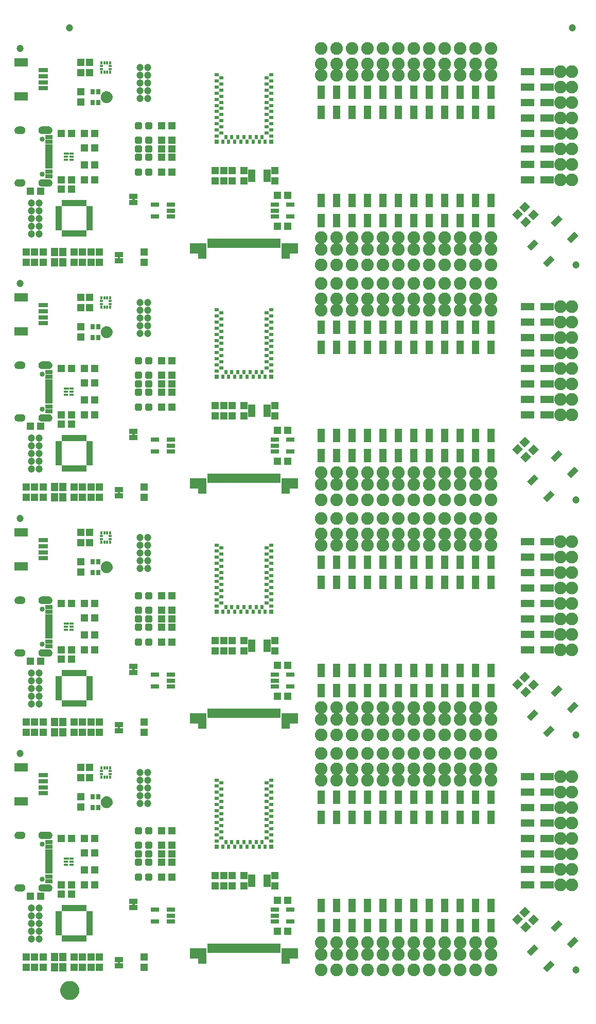
<source format=gts>
G04 EAGLE Gerber RS-274X export*
G75*
%MOMM*%
%FSLAX34Y34*%
%LPD*%
%INSoldermask Top*%
%IPPOS*%
%AMOC8*
5,1,8,0,0,1.08239X$1,22.5*%
G01*
%ADD10R,1.203200X1.303200*%
%ADD11R,1.303200X1.203200*%
%ADD12C,0.505344*%
%ADD13R,0.813200X0.453200*%
%ADD14R,0.763200X0.453200*%
%ADD15R,0.725200X0.928200*%
%ADD16C,1.003200*%
%ADD17C,0.600000*%
%ADD18R,0.403200X0.703200*%
%ADD19R,0.703200X0.403200*%
%ADD20R,1.203200X0.503200*%
%ADD21R,1.203200X0.803200*%
%ADD22C,0.853200*%
%ADD23C,1.203200*%
%ADD24R,2.203200X1.403200*%
%ADD25R,1.553200X0.803200*%
%ADD26R,0.503200X1.603200*%
%ADD27R,1.453200X2.503200*%
%ADD28R,1.603200X1.803200*%
%ADD29R,0.965200X1.727200*%
%ADD30R,0.803200X0.603200*%
%ADD31R,0.803200X0.803200*%
%ADD32R,0.603200X0.803200*%
%ADD33R,0.478200X0.453200*%
%ADD34R,0.453200X0.478200*%
%ADD35R,1.403200X0.753200*%
%ADD36R,1.303200X1.403200*%
%ADD37R,1.203200X2.003200*%
%ADD38R,2.203200X1.203200*%
%ADD39C,2.082800*%
%ADD40R,1.203200X2.203200*%
%ADD41R,1.473200X0.863600*%
%ADD42R,0.487800X1.003200*%
%ADD43R,1.003200X0.487800*%
%ADD44C,1.270000*%
%ADD45C,1.703200*%

G36*
X60304Y913465D02*
X60304Y913465D01*
X60307Y913462D01*
X61429Y913617D01*
X61434Y913622D01*
X61438Y913619D01*
X62509Y913990D01*
X62513Y913996D01*
X62518Y913994D01*
X63495Y914567D01*
X63498Y914573D01*
X63503Y914572D01*
X64350Y915325D01*
X64352Y915332D01*
X64357Y915332D01*
X65041Y916235D01*
X65041Y916242D01*
X65046Y916243D01*
X65541Y917262D01*
X65539Y917269D01*
X65544Y917271D01*
X65831Y918367D01*
X65829Y918372D01*
X65831Y918373D01*
X65829Y918375D01*
X65832Y918377D01*
X65899Y919508D01*
X65897Y919512D01*
X65899Y919514D01*
X65832Y920645D01*
X65827Y920650D01*
X65831Y920654D01*
X65544Y921750D01*
X65538Y921755D01*
X65541Y921759D01*
X65046Y922779D01*
X65040Y922782D01*
X65041Y922787D01*
X64357Y923690D01*
X64350Y923692D01*
X64350Y923697D01*
X63503Y924449D01*
X63496Y924450D01*
X63495Y924455D01*
X62518Y925028D01*
X62511Y925027D01*
X62509Y925032D01*
X61438Y925402D01*
X61432Y925400D01*
X61429Y925405D01*
X60307Y925560D01*
X60302Y925557D01*
X60300Y925560D01*
X48300Y925560D01*
X48295Y925556D01*
X48292Y925559D01*
X47025Y925355D01*
X47019Y925349D01*
X47015Y925352D01*
X45825Y924870D01*
X45821Y924863D01*
X45815Y924865D01*
X44762Y924131D01*
X44760Y924123D01*
X44754Y924123D01*
X43891Y923173D01*
X43890Y923165D01*
X43885Y923164D01*
X43255Y922046D01*
X43256Y922038D01*
X43250Y922036D01*
X42885Y920806D01*
X42888Y920798D01*
X42883Y920795D01*
X42801Y919514D01*
X42804Y919510D01*
X42801Y919508D01*
X42883Y918227D01*
X42889Y918221D01*
X42885Y918216D01*
X43250Y916986D01*
X43257Y916981D01*
X43255Y916975D01*
X43885Y915857D01*
X43892Y915854D01*
X43891Y915848D01*
X44754Y914898D01*
X44762Y914897D01*
X44762Y914891D01*
X45815Y914157D01*
X45823Y914157D01*
X45825Y914151D01*
X47015Y913670D01*
X47022Y913672D01*
X47025Y913667D01*
X48292Y913462D01*
X48297Y913465D01*
X48300Y913462D01*
X60300Y913462D01*
X60304Y913465D01*
G37*
G36*
X60304Y1385945D02*
X60304Y1385945D01*
X60307Y1385942D01*
X61429Y1386097D01*
X61434Y1386102D01*
X61438Y1386099D01*
X62509Y1386470D01*
X62513Y1386476D01*
X62518Y1386474D01*
X63495Y1387047D01*
X63498Y1387053D01*
X63503Y1387052D01*
X64350Y1387805D01*
X64352Y1387812D01*
X64357Y1387812D01*
X65041Y1388715D01*
X65041Y1388722D01*
X65046Y1388723D01*
X65541Y1389742D01*
X65539Y1389749D01*
X65544Y1389751D01*
X65831Y1390847D01*
X65829Y1390852D01*
X65831Y1390853D01*
X65829Y1390855D01*
X65832Y1390857D01*
X65899Y1391988D01*
X65897Y1391992D01*
X65899Y1391994D01*
X65832Y1393125D01*
X65827Y1393130D01*
X65831Y1393134D01*
X65544Y1394230D01*
X65538Y1394235D01*
X65541Y1394239D01*
X65046Y1395259D01*
X65040Y1395262D01*
X65041Y1395267D01*
X64357Y1396170D01*
X64350Y1396172D01*
X64350Y1396177D01*
X63503Y1396929D01*
X63496Y1396930D01*
X63495Y1396935D01*
X62518Y1397508D01*
X62511Y1397507D01*
X62509Y1397512D01*
X61438Y1397882D01*
X61432Y1397880D01*
X61429Y1397885D01*
X60307Y1398040D01*
X60302Y1398037D01*
X60300Y1398040D01*
X48300Y1398040D01*
X48295Y1398036D01*
X48292Y1398039D01*
X47025Y1397835D01*
X47019Y1397829D01*
X47015Y1397832D01*
X45825Y1397350D01*
X45821Y1397343D01*
X45815Y1397345D01*
X44762Y1396611D01*
X44760Y1396603D01*
X44754Y1396603D01*
X43891Y1395653D01*
X43890Y1395645D01*
X43885Y1395644D01*
X43255Y1394526D01*
X43256Y1394518D01*
X43250Y1394516D01*
X42885Y1393286D01*
X42888Y1393278D01*
X42883Y1393275D01*
X42801Y1391994D01*
X42804Y1391990D01*
X42801Y1391988D01*
X42883Y1390707D01*
X42889Y1390701D01*
X42885Y1390696D01*
X43250Y1389466D01*
X43257Y1389461D01*
X43255Y1389455D01*
X43885Y1388337D01*
X43892Y1388334D01*
X43891Y1388328D01*
X44754Y1387378D01*
X44762Y1387377D01*
X44762Y1387371D01*
X45815Y1386637D01*
X45823Y1386637D01*
X45825Y1386631D01*
X47015Y1386150D01*
X47022Y1386152D01*
X47025Y1386147D01*
X48292Y1385942D01*
X48297Y1385945D01*
X48300Y1385942D01*
X60300Y1385942D01*
X60304Y1385945D01*
G37*
G36*
X60304Y1299545D02*
X60304Y1299545D01*
X60307Y1299542D01*
X61429Y1299697D01*
X61434Y1299702D01*
X61438Y1299699D01*
X62509Y1300070D01*
X62513Y1300076D01*
X62518Y1300074D01*
X63495Y1300647D01*
X63498Y1300653D01*
X63503Y1300652D01*
X64350Y1301405D01*
X64352Y1301412D01*
X64357Y1301412D01*
X65041Y1302315D01*
X65041Y1302322D01*
X65046Y1302323D01*
X65541Y1303342D01*
X65539Y1303349D01*
X65544Y1303351D01*
X65831Y1304447D01*
X65829Y1304452D01*
X65831Y1304453D01*
X65829Y1304455D01*
X65832Y1304457D01*
X65899Y1305588D01*
X65897Y1305592D01*
X65899Y1305594D01*
X65832Y1306725D01*
X65827Y1306730D01*
X65831Y1306734D01*
X65544Y1307830D01*
X65538Y1307835D01*
X65541Y1307839D01*
X65046Y1308859D01*
X65040Y1308862D01*
X65041Y1308867D01*
X64357Y1309770D01*
X64350Y1309772D01*
X64350Y1309777D01*
X63503Y1310529D01*
X63496Y1310530D01*
X63495Y1310535D01*
X62518Y1311108D01*
X62511Y1311107D01*
X62509Y1311112D01*
X61438Y1311482D01*
X61432Y1311480D01*
X61429Y1311485D01*
X60307Y1311640D01*
X60302Y1311637D01*
X60300Y1311640D01*
X48300Y1311640D01*
X48295Y1311636D01*
X48292Y1311639D01*
X47025Y1311435D01*
X47019Y1311429D01*
X47015Y1311432D01*
X45825Y1310950D01*
X45821Y1310943D01*
X45815Y1310945D01*
X44762Y1310211D01*
X44760Y1310203D01*
X44754Y1310203D01*
X43891Y1309253D01*
X43890Y1309245D01*
X43885Y1309244D01*
X43255Y1308126D01*
X43256Y1308118D01*
X43250Y1308116D01*
X42885Y1306886D01*
X42888Y1306878D01*
X42883Y1306875D01*
X42801Y1305594D01*
X42804Y1305590D01*
X42801Y1305588D01*
X42883Y1304307D01*
X42889Y1304301D01*
X42885Y1304296D01*
X43250Y1303066D01*
X43257Y1303061D01*
X43255Y1303055D01*
X43885Y1301937D01*
X43892Y1301934D01*
X43891Y1301928D01*
X44754Y1300978D01*
X44762Y1300977D01*
X44762Y1300971D01*
X45815Y1300237D01*
X45823Y1300237D01*
X45825Y1300231D01*
X47015Y1299750D01*
X47022Y1299752D01*
X47025Y1299747D01*
X48292Y1299542D01*
X48297Y1299545D01*
X48300Y1299542D01*
X60300Y1299542D01*
X60304Y1299545D01*
G37*
G36*
X60304Y999865D02*
X60304Y999865D01*
X60307Y999862D01*
X61429Y1000017D01*
X61434Y1000022D01*
X61438Y1000019D01*
X62509Y1000390D01*
X62513Y1000396D01*
X62518Y1000394D01*
X63495Y1000967D01*
X63498Y1000973D01*
X63503Y1000972D01*
X64350Y1001725D01*
X64352Y1001732D01*
X64357Y1001732D01*
X65041Y1002635D01*
X65041Y1002642D01*
X65046Y1002643D01*
X65541Y1003662D01*
X65539Y1003669D01*
X65544Y1003671D01*
X65831Y1004767D01*
X65829Y1004772D01*
X65831Y1004773D01*
X65829Y1004775D01*
X65832Y1004777D01*
X65899Y1005908D01*
X65897Y1005912D01*
X65899Y1005914D01*
X65832Y1007045D01*
X65827Y1007050D01*
X65831Y1007054D01*
X65544Y1008150D01*
X65538Y1008155D01*
X65541Y1008159D01*
X65046Y1009179D01*
X65040Y1009182D01*
X65041Y1009187D01*
X64357Y1010090D01*
X64350Y1010092D01*
X64350Y1010097D01*
X63503Y1010849D01*
X63496Y1010850D01*
X63495Y1010855D01*
X62518Y1011428D01*
X62511Y1011427D01*
X62509Y1011432D01*
X61438Y1011802D01*
X61432Y1011800D01*
X61429Y1011805D01*
X60307Y1011960D01*
X60302Y1011957D01*
X60300Y1011960D01*
X48300Y1011960D01*
X48295Y1011956D01*
X48292Y1011959D01*
X47025Y1011755D01*
X47019Y1011749D01*
X47015Y1011752D01*
X45825Y1011270D01*
X45821Y1011263D01*
X45815Y1011265D01*
X44762Y1010531D01*
X44760Y1010523D01*
X44754Y1010523D01*
X43891Y1009573D01*
X43890Y1009565D01*
X43885Y1009564D01*
X43255Y1008446D01*
X43256Y1008438D01*
X43250Y1008436D01*
X42885Y1007206D01*
X42888Y1007198D01*
X42883Y1007195D01*
X42801Y1005914D01*
X42804Y1005910D01*
X42801Y1005908D01*
X42883Y1004627D01*
X42889Y1004621D01*
X42885Y1004616D01*
X43250Y1003386D01*
X43257Y1003381D01*
X43255Y1003375D01*
X43885Y1002257D01*
X43892Y1002254D01*
X43891Y1002248D01*
X44754Y1001298D01*
X44762Y1001297D01*
X44762Y1001291D01*
X45815Y1000557D01*
X45823Y1000557D01*
X45825Y1000551D01*
X47015Y1000070D01*
X47022Y1000072D01*
X47025Y1000067D01*
X48292Y999862D01*
X48297Y999865D01*
X48300Y999862D01*
X60300Y999862D01*
X60304Y999865D01*
G37*
G36*
X60304Y613759D02*
X60304Y613759D01*
X60307Y613757D01*
X61429Y613912D01*
X61434Y613917D01*
X61438Y613914D01*
X62509Y614285D01*
X62513Y614291D01*
X62518Y614289D01*
X63495Y614861D01*
X63498Y614868D01*
X63503Y614867D01*
X64350Y615619D01*
X64352Y615626D01*
X64357Y615626D01*
X65041Y616529D01*
X65041Y616537D01*
X65046Y616538D01*
X65541Y617557D01*
X65539Y617564D01*
X65544Y617566D01*
X65831Y618662D01*
X65829Y618666D01*
X65831Y618668D01*
X65829Y618670D01*
X65832Y618672D01*
X65899Y619803D01*
X65897Y619806D01*
X65899Y619808D01*
X65832Y620939D01*
X65827Y620945D01*
X65831Y620949D01*
X65544Y622045D01*
X65538Y622049D01*
X65541Y622054D01*
X65046Y623073D01*
X65040Y623077D01*
X65041Y623082D01*
X64357Y623985D01*
X64350Y623987D01*
X64350Y623992D01*
X63503Y624744D01*
X63496Y624745D01*
X63495Y624750D01*
X62518Y625322D01*
X62511Y625321D01*
X62509Y625326D01*
X61438Y625697D01*
X61432Y625695D01*
X61429Y625699D01*
X60307Y625854D01*
X60302Y625852D01*
X60300Y625855D01*
X48300Y625855D01*
X48295Y625851D01*
X48292Y625854D01*
X47025Y625649D01*
X47019Y625643D01*
X47015Y625646D01*
X45825Y625165D01*
X45821Y625158D01*
X45815Y625160D01*
X44762Y624425D01*
X44760Y624418D01*
X44754Y624418D01*
X43891Y623468D01*
X43890Y623460D01*
X43885Y623459D01*
X43255Y622341D01*
X43256Y622333D01*
X43250Y622331D01*
X42885Y621100D01*
X42888Y621093D01*
X42883Y621089D01*
X42801Y619809D01*
X42804Y619805D01*
X42801Y619802D01*
X42883Y618521D01*
X42889Y618515D01*
X42885Y618511D01*
X43250Y617280D01*
X43257Y617275D01*
X43255Y617270D01*
X43885Y616152D01*
X43892Y616149D01*
X43891Y616143D01*
X44754Y615193D01*
X44762Y615191D01*
X44762Y615185D01*
X45815Y614451D01*
X45823Y614452D01*
X45825Y614446D01*
X47015Y613964D01*
X47022Y613967D01*
X47025Y613962D01*
X48292Y613757D01*
X48297Y613760D01*
X48300Y613756D01*
X60300Y613756D01*
X60304Y613759D01*
G37*
G36*
X60304Y527359D02*
X60304Y527359D01*
X60307Y527357D01*
X61429Y527512D01*
X61434Y527517D01*
X61438Y527514D01*
X62509Y527885D01*
X62513Y527891D01*
X62518Y527889D01*
X63495Y528461D01*
X63498Y528468D01*
X63503Y528467D01*
X64350Y529219D01*
X64352Y529226D01*
X64357Y529226D01*
X65041Y530129D01*
X65041Y530137D01*
X65046Y530138D01*
X65541Y531157D01*
X65539Y531164D01*
X65544Y531166D01*
X65831Y532262D01*
X65829Y532266D01*
X65831Y532268D01*
X65829Y532270D01*
X65832Y532272D01*
X65899Y533403D01*
X65897Y533406D01*
X65899Y533408D01*
X65832Y534539D01*
X65827Y534545D01*
X65831Y534549D01*
X65544Y535645D01*
X65538Y535649D01*
X65541Y535654D01*
X65046Y536673D01*
X65040Y536677D01*
X65041Y536682D01*
X64357Y537585D01*
X64350Y537587D01*
X64350Y537592D01*
X63503Y538344D01*
X63496Y538345D01*
X63495Y538350D01*
X62518Y538922D01*
X62511Y538921D01*
X62509Y538926D01*
X61438Y539297D01*
X61432Y539295D01*
X61429Y539299D01*
X60307Y539454D01*
X60302Y539452D01*
X60300Y539455D01*
X48300Y539455D01*
X48295Y539451D01*
X48292Y539454D01*
X47025Y539249D01*
X47019Y539243D01*
X47015Y539246D01*
X45825Y538765D01*
X45821Y538758D01*
X45815Y538760D01*
X44762Y538025D01*
X44760Y538018D01*
X44754Y538018D01*
X43891Y537068D01*
X43890Y537060D01*
X43885Y537059D01*
X43255Y535941D01*
X43256Y535933D01*
X43250Y535931D01*
X42885Y534700D01*
X42888Y534693D01*
X42883Y534689D01*
X42801Y533409D01*
X42804Y533405D01*
X42801Y533402D01*
X42883Y532121D01*
X42889Y532115D01*
X42885Y532111D01*
X43250Y530880D01*
X43257Y530875D01*
X43255Y530870D01*
X43885Y529752D01*
X43892Y529749D01*
X43891Y529743D01*
X44754Y528793D01*
X44762Y528791D01*
X44762Y528785D01*
X45815Y528051D01*
X45823Y528052D01*
X45825Y528046D01*
X47015Y527564D01*
X47022Y527567D01*
X47025Y527562D01*
X48292Y527357D01*
X48297Y527360D01*
X48300Y527356D01*
X60300Y527356D01*
X60304Y527359D01*
G37*
G36*
X60304Y227654D02*
X60304Y227654D01*
X60307Y227651D01*
X61429Y227806D01*
X61434Y227811D01*
X61438Y227808D01*
X62509Y228179D01*
X62513Y228185D01*
X62518Y228183D01*
X63495Y228756D01*
X63498Y228762D01*
X63503Y228761D01*
X64350Y229514D01*
X64352Y229521D01*
X64357Y229521D01*
X65041Y230424D01*
X65041Y230431D01*
X65046Y230432D01*
X65541Y231451D01*
X65539Y231458D01*
X65544Y231460D01*
X65831Y232557D01*
X65829Y232561D01*
X65831Y232562D01*
X65829Y232564D01*
X65832Y232566D01*
X65899Y233697D01*
X65897Y233701D01*
X65899Y233703D01*
X65832Y234834D01*
X65827Y234839D01*
X65831Y234843D01*
X65544Y235940D01*
X65538Y235944D01*
X65541Y235949D01*
X65046Y236968D01*
X65040Y236971D01*
X65041Y236976D01*
X64357Y237879D01*
X64350Y237881D01*
X64350Y237886D01*
X63503Y238639D01*
X63496Y238639D01*
X63495Y238644D01*
X62518Y239217D01*
X62511Y239216D01*
X62509Y239221D01*
X61438Y239592D01*
X61432Y239589D01*
X61429Y239594D01*
X60307Y239749D01*
X60302Y239746D01*
X60300Y239749D01*
X48300Y239749D01*
X48295Y239746D01*
X48292Y239749D01*
X47025Y239544D01*
X47019Y239538D01*
X47015Y239541D01*
X45825Y239059D01*
X45821Y239052D01*
X45815Y239054D01*
X44762Y238320D01*
X44760Y238312D01*
X44754Y238313D01*
X43891Y237363D01*
X43890Y237354D01*
X43885Y237354D01*
X43255Y236235D01*
X43256Y236227D01*
X43250Y236225D01*
X42885Y234995D01*
X42888Y234987D01*
X42883Y234984D01*
X42801Y233703D01*
X42804Y233699D01*
X42801Y233697D01*
X42883Y232416D01*
X42889Y232410D01*
X42885Y232405D01*
X43250Y231175D01*
X43257Y231170D01*
X43255Y231165D01*
X43885Y230046D01*
X43892Y230043D01*
X43891Y230037D01*
X44754Y229087D01*
X44762Y229086D01*
X44762Y229080D01*
X45815Y228346D01*
X45823Y228346D01*
X45825Y228341D01*
X47015Y227859D01*
X47022Y227861D01*
X47025Y227856D01*
X48292Y227651D01*
X48297Y227654D01*
X48300Y227651D01*
X60300Y227651D01*
X60304Y227654D01*
G37*
G36*
X60304Y141254D02*
X60304Y141254D01*
X60307Y141251D01*
X61429Y141406D01*
X61434Y141411D01*
X61438Y141408D01*
X62509Y141779D01*
X62513Y141785D01*
X62518Y141783D01*
X63495Y142356D01*
X63498Y142362D01*
X63503Y142361D01*
X64350Y143114D01*
X64352Y143121D01*
X64357Y143121D01*
X65041Y144024D01*
X65041Y144031D01*
X65046Y144032D01*
X65541Y145051D01*
X65539Y145058D01*
X65544Y145060D01*
X65831Y146157D01*
X65829Y146161D01*
X65831Y146162D01*
X65829Y146164D01*
X65832Y146166D01*
X65899Y147297D01*
X65897Y147301D01*
X65899Y147303D01*
X65832Y148434D01*
X65827Y148439D01*
X65831Y148443D01*
X65544Y149540D01*
X65538Y149544D01*
X65541Y149549D01*
X65046Y150568D01*
X65040Y150571D01*
X65041Y150576D01*
X64357Y151479D01*
X64350Y151481D01*
X64350Y151486D01*
X63503Y152239D01*
X63496Y152239D01*
X63495Y152244D01*
X62518Y152817D01*
X62511Y152816D01*
X62509Y152821D01*
X61438Y153192D01*
X61432Y153189D01*
X61429Y153194D01*
X60307Y153349D01*
X60302Y153346D01*
X60300Y153349D01*
X48300Y153349D01*
X48295Y153346D01*
X48292Y153349D01*
X47025Y153144D01*
X47019Y153138D01*
X47015Y153141D01*
X45825Y152659D01*
X45821Y152652D01*
X45815Y152654D01*
X44762Y151920D01*
X44760Y151912D01*
X44754Y151913D01*
X43891Y150963D01*
X43890Y150954D01*
X43885Y150954D01*
X43255Y149835D01*
X43256Y149827D01*
X43250Y149825D01*
X42885Y148595D01*
X42888Y148587D01*
X42883Y148584D01*
X42801Y147303D01*
X42804Y147299D01*
X42801Y147297D01*
X42883Y146016D01*
X42889Y146010D01*
X42885Y146005D01*
X43250Y144775D01*
X43257Y144770D01*
X43255Y144765D01*
X43885Y143646D01*
X43892Y143643D01*
X43891Y143637D01*
X44754Y142687D01*
X44762Y142686D01*
X44762Y142680D01*
X45815Y141946D01*
X45823Y141946D01*
X45825Y141941D01*
X47015Y141459D01*
X47022Y141461D01*
X47025Y141456D01*
X48292Y141251D01*
X48297Y141254D01*
X48300Y141251D01*
X60300Y141251D01*
X60304Y141254D01*
G37*
G36*
X15503Y913464D02*
X15503Y913464D01*
X15505Y913462D01*
X16681Y913573D01*
X16686Y913578D01*
X16690Y913575D01*
X17822Y913913D01*
X17826Y913919D01*
X17831Y913916D01*
X18875Y914469D01*
X18878Y914475D01*
X18883Y914474D01*
X19799Y915220D01*
X19800Y915227D01*
X19806Y915226D01*
X20559Y916136D01*
X20559Y916144D01*
X20564Y916144D01*
X21125Y917184D01*
X21124Y917189D01*
X21128Y917191D01*
X21127Y917192D01*
X21129Y917193D01*
X21476Y918321D01*
X21476Y918323D01*
X21477Y918324D01*
X21474Y918328D01*
X21478Y918331D01*
X21599Y919506D01*
X21595Y919513D01*
X21599Y919517D01*
X21442Y920857D01*
X21437Y920863D01*
X21440Y920867D01*
X20989Y922139D01*
X20982Y922143D01*
X20984Y922149D01*
X20262Y923288D01*
X20254Y923291D01*
X20255Y923297D01*
X19297Y924247D01*
X19289Y924248D01*
X19288Y924254D01*
X18143Y924967D01*
X18135Y924966D01*
X18133Y924972D01*
X16857Y925412D01*
X16850Y925409D01*
X16847Y925414D01*
X15505Y925560D01*
X15502Y925558D01*
X15500Y925560D01*
X9500Y925560D01*
X9497Y925557D01*
X9494Y925560D01*
X8165Y925404D01*
X8159Y925399D01*
X8155Y925402D01*
X6894Y924955D01*
X6889Y924948D01*
X6884Y924950D01*
X5754Y924233D01*
X5751Y924226D01*
X5745Y924226D01*
X4803Y923276D01*
X4802Y923268D01*
X4796Y923268D01*
X4089Y922132D01*
X4090Y922124D01*
X4084Y922122D01*
X3648Y920857D01*
X3650Y920849D01*
X3645Y920846D01*
X3501Y919516D01*
X3505Y919510D01*
X3501Y919506D01*
X3611Y918340D01*
X3616Y918335D01*
X3613Y918331D01*
X3948Y917208D01*
X3954Y917204D01*
X3952Y917199D01*
X4500Y916164D01*
X4506Y916161D01*
X4505Y916156D01*
X5244Y915247D01*
X5251Y915246D01*
X5251Y915241D01*
X6153Y914494D01*
X6161Y914493D01*
X6161Y914488D01*
X7192Y913932D01*
X7199Y913933D01*
X7201Y913928D01*
X8320Y913583D01*
X8327Y913586D01*
X8330Y913582D01*
X9495Y913462D01*
X9498Y913464D01*
X9500Y913462D01*
X15500Y913462D01*
X15503Y913464D01*
G37*
G36*
X15503Y1385944D02*
X15503Y1385944D01*
X15505Y1385942D01*
X16681Y1386053D01*
X16686Y1386058D01*
X16690Y1386055D01*
X17822Y1386393D01*
X17826Y1386399D01*
X17831Y1386396D01*
X18875Y1386949D01*
X18878Y1386955D01*
X18883Y1386954D01*
X19799Y1387700D01*
X19800Y1387707D01*
X19806Y1387706D01*
X20559Y1388616D01*
X20559Y1388624D01*
X20564Y1388624D01*
X21125Y1389664D01*
X21124Y1389669D01*
X21128Y1389671D01*
X21127Y1389672D01*
X21129Y1389673D01*
X21476Y1390801D01*
X21476Y1390803D01*
X21477Y1390804D01*
X21474Y1390808D01*
X21478Y1390811D01*
X21599Y1391986D01*
X21595Y1391993D01*
X21599Y1391997D01*
X21442Y1393337D01*
X21437Y1393343D01*
X21440Y1393347D01*
X20989Y1394619D01*
X20982Y1394623D01*
X20984Y1394629D01*
X20262Y1395768D01*
X20254Y1395771D01*
X20255Y1395777D01*
X19297Y1396727D01*
X19289Y1396728D01*
X19288Y1396734D01*
X18143Y1397447D01*
X18135Y1397446D01*
X18133Y1397452D01*
X16857Y1397892D01*
X16850Y1397889D01*
X16847Y1397894D01*
X15505Y1398040D01*
X15502Y1398038D01*
X15500Y1398040D01*
X9500Y1398040D01*
X9497Y1398037D01*
X9494Y1398040D01*
X8165Y1397884D01*
X8159Y1397879D01*
X8155Y1397882D01*
X6894Y1397435D01*
X6889Y1397428D01*
X6884Y1397430D01*
X5754Y1396713D01*
X5751Y1396706D01*
X5745Y1396706D01*
X4803Y1395756D01*
X4802Y1395748D01*
X4796Y1395748D01*
X4089Y1394612D01*
X4090Y1394604D01*
X4084Y1394602D01*
X3648Y1393337D01*
X3650Y1393329D01*
X3645Y1393326D01*
X3501Y1391996D01*
X3505Y1391990D01*
X3501Y1391986D01*
X3611Y1390820D01*
X3616Y1390815D01*
X3613Y1390811D01*
X3948Y1389688D01*
X3954Y1389684D01*
X3952Y1389679D01*
X4500Y1388644D01*
X4506Y1388641D01*
X4505Y1388636D01*
X5244Y1387727D01*
X5251Y1387726D01*
X5251Y1387721D01*
X6153Y1386974D01*
X6161Y1386973D01*
X6161Y1386968D01*
X7192Y1386412D01*
X7199Y1386413D01*
X7201Y1386408D01*
X8320Y1386063D01*
X8327Y1386066D01*
X8330Y1386062D01*
X9495Y1385942D01*
X9498Y1385944D01*
X9500Y1385942D01*
X15500Y1385942D01*
X15503Y1385944D01*
G37*
G36*
X15503Y1299544D02*
X15503Y1299544D01*
X15505Y1299542D01*
X16681Y1299653D01*
X16686Y1299658D01*
X16690Y1299655D01*
X17822Y1299993D01*
X17826Y1299999D01*
X17831Y1299996D01*
X18875Y1300549D01*
X18878Y1300555D01*
X18883Y1300554D01*
X19799Y1301300D01*
X19800Y1301307D01*
X19806Y1301306D01*
X20559Y1302216D01*
X20559Y1302224D01*
X20564Y1302224D01*
X21125Y1303264D01*
X21124Y1303269D01*
X21128Y1303271D01*
X21127Y1303272D01*
X21129Y1303273D01*
X21476Y1304401D01*
X21476Y1304403D01*
X21477Y1304404D01*
X21474Y1304408D01*
X21478Y1304411D01*
X21599Y1305586D01*
X21595Y1305593D01*
X21599Y1305597D01*
X21442Y1306937D01*
X21437Y1306943D01*
X21440Y1306947D01*
X20989Y1308219D01*
X20982Y1308223D01*
X20984Y1308229D01*
X20262Y1309368D01*
X20254Y1309371D01*
X20255Y1309377D01*
X19297Y1310327D01*
X19289Y1310328D01*
X19288Y1310334D01*
X18143Y1311047D01*
X18135Y1311046D01*
X18133Y1311052D01*
X16857Y1311492D01*
X16850Y1311489D01*
X16847Y1311494D01*
X15505Y1311640D01*
X15502Y1311638D01*
X15500Y1311640D01*
X9500Y1311640D01*
X9497Y1311637D01*
X9494Y1311640D01*
X8165Y1311484D01*
X8159Y1311479D01*
X8155Y1311482D01*
X6894Y1311035D01*
X6889Y1311028D01*
X6884Y1311030D01*
X5754Y1310313D01*
X5751Y1310306D01*
X5745Y1310306D01*
X4803Y1309356D01*
X4802Y1309348D01*
X4796Y1309348D01*
X4089Y1308212D01*
X4090Y1308204D01*
X4084Y1308202D01*
X3648Y1306937D01*
X3650Y1306929D01*
X3645Y1306926D01*
X3501Y1305596D01*
X3505Y1305590D01*
X3501Y1305586D01*
X3611Y1304420D01*
X3616Y1304415D01*
X3613Y1304411D01*
X3948Y1303288D01*
X3954Y1303284D01*
X3952Y1303279D01*
X4500Y1302244D01*
X4506Y1302241D01*
X4505Y1302236D01*
X5244Y1301327D01*
X5251Y1301326D01*
X5251Y1301321D01*
X6153Y1300574D01*
X6161Y1300573D01*
X6161Y1300568D01*
X7192Y1300012D01*
X7199Y1300013D01*
X7201Y1300008D01*
X8320Y1299663D01*
X8327Y1299666D01*
X8330Y1299662D01*
X9495Y1299542D01*
X9498Y1299544D01*
X9500Y1299542D01*
X15500Y1299542D01*
X15503Y1299544D01*
G37*
G36*
X15503Y999864D02*
X15503Y999864D01*
X15505Y999862D01*
X16681Y999973D01*
X16686Y999978D01*
X16690Y999975D01*
X17822Y1000313D01*
X17826Y1000319D01*
X17831Y1000316D01*
X18875Y1000869D01*
X18878Y1000875D01*
X18883Y1000874D01*
X19799Y1001620D01*
X19800Y1001627D01*
X19806Y1001626D01*
X20559Y1002536D01*
X20559Y1002544D01*
X20564Y1002544D01*
X21125Y1003584D01*
X21124Y1003589D01*
X21128Y1003591D01*
X21127Y1003592D01*
X21129Y1003593D01*
X21476Y1004721D01*
X21476Y1004723D01*
X21477Y1004724D01*
X21474Y1004728D01*
X21478Y1004731D01*
X21599Y1005906D01*
X21595Y1005913D01*
X21599Y1005917D01*
X21442Y1007257D01*
X21437Y1007263D01*
X21440Y1007267D01*
X20989Y1008539D01*
X20982Y1008543D01*
X20984Y1008549D01*
X20262Y1009688D01*
X20254Y1009691D01*
X20255Y1009697D01*
X19297Y1010647D01*
X19289Y1010648D01*
X19288Y1010654D01*
X18143Y1011367D01*
X18135Y1011366D01*
X18133Y1011372D01*
X16857Y1011812D01*
X16850Y1011809D01*
X16847Y1011814D01*
X15505Y1011960D01*
X15502Y1011958D01*
X15500Y1011960D01*
X9500Y1011960D01*
X9497Y1011957D01*
X9494Y1011960D01*
X8165Y1011804D01*
X8159Y1011799D01*
X8155Y1011802D01*
X6894Y1011355D01*
X6889Y1011348D01*
X6884Y1011350D01*
X5754Y1010633D01*
X5751Y1010626D01*
X5745Y1010626D01*
X4803Y1009676D01*
X4802Y1009668D01*
X4796Y1009668D01*
X4089Y1008532D01*
X4090Y1008524D01*
X4084Y1008522D01*
X3648Y1007257D01*
X3650Y1007249D01*
X3645Y1007246D01*
X3501Y1005916D01*
X3505Y1005910D01*
X3501Y1005906D01*
X3611Y1004740D01*
X3616Y1004735D01*
X3613Y1004731D01*
X3948Y1003608D01*
X3954Y1003604D01*
X3952Y1003599D01*
X4500Y1002564D01*
X4506Y1002561D01*
X4505Y1002556D01*
X5244Y1001647D01*
X5251Y1001646D01*
X5251Y1001641D01*
X6153Y1000894D01*
X6161Y1000893D01*
X6161Y1000888D01*
X7192Y1000332D01*
X7199Y1000333D01*
X7201Y1000328D01*
X8320Y999983D01*
X8327Y999986D01*
X8330Y999982D01*
X9495Y999862D01*
X9498Y999864D01*
X9500Y999862D01*
X15500Y999862D01*
X15503Y999864D01*
G37*
G36*
X15503Y613758D02*
X15503Y613758D01*
X15505Y613756D01*
X16681Y613867D01*
X16686Y613872D01*
X16690Y613869D01*
X17822Y614207D01*
X17826Y614213D01*
X17831Y614211D01*
X18875Y614763D01*
X18878Y614770D01*
X18883Y614769D01*
X19799Y615514D01*
X19800Y615521D01*
X19806Y615521D01*
X20559Y616431D01*
X20559Y616438D01*
X20564Y616439D01*
X21125Y617478D01*
X21124Y617483D01*
X21128Y617486D01*
X21127Y617487D01*
X21129Y617487D01*
X21476Y618616D01*
X21476Y618618D01*
X21477Y618619D01*
X21474Y618622D01*
X21474Y618623D01*
X21478Y618625D01*
X21599Y619800D01*
X21595Y619807D01*
X21599Y619811D01*
X21442Y621151D01*
X21437Y621157D01*
X21440Y621162D01*
X20989Y622434D01*
X20982Y622438D01*
X20984Y622443D01*
X20262Y623583D01*
X20254Y623586D01*
X20255Y623591D01*
X19297Y624542D01*
X19289Y624543D01*
X19288Y624548D01*
X18143Y625261D01*
X18135Y625261D01*
X18133Y625266D01*
X16857Y625706D01*
X16850Y625704D01*
X16847Y625709D01*
X15505Y625854D01*
X15502Y625852D01*
X15500Y625855D01*
X9500Y625855D01*
X9497Y625852D01*
X9494Y625854D01*
X8165Y625699D01*
X8159Y625693D01*
X8155Y625696D01*
X6894Y625249D01*
X6889Y625242D01*
X6884Y625244D01*
X5754Y624528D01*
X5751Y624520D01*
X5745Y624521D01*
X4803Y623571D01*
X4802Y623563D01*
X4796Y623562D01*
X4089Y622426D01*
X4090Y622418D01*
X4084Y622416D01*
X3648Y621152D01*
X3650Y621144D01*
X3645Y621141D01*
X3501Y619811D01*
X3505Y619804D01*
X3501Y619801D01*
X3611Y618635D01*
X3616Y618629D01*
X3613Y618625D01*
X3948Y617503D01*
X3954Y617499D01*
X3952Y617494D01*
X4500Y616459D01*
X4506Y616456D01*
X4505Y616451D01*
X5244Y615542D01*
X5251Y615540D01*
X5251Y615535D01*
X6153Y614788D01*
X6161Y614788D01*
X6161Y614783D01*
X7192Y614226D01*
X7199Y614228D01*
X7201Y614223D01*
X8320Y613878D01*
X8327Y613881D01*
X8330Y613876D01*
X9495Y613756D01*
X9498Y613758D01*
X9500Y613756D01*
X15500Y613756D01*
X15503Y613758D01*
G37*
G36*
X15503Y527358D02*
X15503Y527358D01*
X15505Y527356D01*
X16681Y527467D01*
X16686Y527472D01*
X16690Y527469D01*
X17822Y527807D01*
X17826Y527813D01*
X17831Y527811D01*
X18875Y528363D01*
X18878Y528370D01*
X18883Y528369D01*
X19799Y529114D01*
X19800Y529121D01*
X19806Y529121D01*
X20559Y530031D01*
X20559Y530038D01*
X20564Y530039D01*
X21125Y531078D01*
X21124Y531083D01*
X21128Y531086D01*
X21127Y531087D01*
X21129Y531087D01*
X21476Y532216D01*
X21476Y532218D01*
X21477Y532219D01*
X21474Y532222D01*
X21474Y532223D01*
X21478Y532225D01*
X21599Y533400D01*
X21595Y533407D01*
X21599Y533411D01*
X21442Y534751D01*
X21437Y534757D01*
X21440Y534762D01*
X20989Y536034D01*
X20982Y536038D01*
X20984Y536043D01*
X20262Y537183D01*
X20254Y537186D01*
X20255Y537191D01*
X19297Y538142D01*
X19289Y538143D01*
X19288Y538148D01*
X18143Y538861D01*
X18135Y538861D01*
X18133Y538866D01*
X16857Y539306D01*
X16850Y539304D01*
X16847Y539309D01*
X15505Y539454D01*
X15502Y539452D01*
X15500Y539455D01*
X9500Y539455D01*
X9497Y539452D01*
X9494Y539454D01*
X8165Y539299D01*
X8159Y539293D01*
X8155Y539296D01*
X6894Y538849D01*
X6889Y538842D01*
X6884Y538844D01*
X5754Y538128D01*
X5751Y538120D01*
X5745Y538121D01*
X4803Y537171D01*
X4802Y537163D01*
X4796Y537162D01*
X4089Y536026D01*
X4090Y536018D01*
X4084Y536016D01*
X3648Y534752D01*
X3650Y534744D01*
X3645Y534741D01*
X3501Y533411D01*
X3505Y533404D01*
X3501Y533401D01*
X3611Y532235D01*
X3616Y532229D01*
X3613Y532225D01*
X3948Y531103D01*
X3954Y531099D01*
X3952Y531094D01*
X4500Y530059D01*
X4506Y530056D01*
X4505Y530051D01*
X5244Y529142D01*
X5251Y529140D01*
X5251Y529135D01*
X6153Y528388D01*
X6161Y528388D01*
X6161Y528383D01*
X7192Y527826D01*
X7199Y527828D01*
X7201Y527823D01*
X8320Y527478D01*
X8327Y527481D01*
X8330Y527476D01*
X9495Y527356D01*
X9498Y527358D01*
X9500Y527356D01*
X15500Y527356D01*
X15503Y527358D01*
G37*
G36*
X15503Y227653D02*
X15503Y227653D01*
X15505Y227651D01*
X16681Y227762D01*
X16686Y227767D01*
X16690Y227764D01*
X17822Y228102D01*
X17826Y228108D01*
X17831Y228106D01*
X18875Y228658D01*
X18878Y228665D01*
X18883Y228663D01*
X19799Y229409D01*
X19800Y229416D01*
X19806Y229416D01*
X20559Y230326D01*
X20559Y230333D01*
X20564Y230334D01*
X21125Y231373D01*
X21124Y231378D01*
X21128Y231380D01*
X21127Y231381D01*
X21129Y231382D01*
X21476Y232511D01*
X21476Y232512D01*
X21477Y232513D01*
X21474Y232517D01*
X21478Y232520D01*
X21599Y233695D01*
X21595Y233702D01*
X21599Y233706D01*
X21442Y235046D01*
X21437Y235052D01*
X21440Y235057D01*
X20989Y236328D01*
X20982Y236333D01*
X20984Y236338D01*
X20262Y237477D01*
X20254Y237480D01*
X20255Y237486D01*
X19297Y238436D01*
X19289Y238437D01*
X19288Y238443D01*
X18143Y239156D01*
X18135Y239155D01*
X18133Y239161D01*
X16857Y239601D01*
X16850Y239599D01*
X16847Y239603D01*
X15505Y239749D01*
X15502Y239747D01*
X15500Y239749D01*
X9500Y239749D01*
X9497Y239747D01*
X9494Y239749D01*
X8165Y239594D01*
X8159Y239588D01*
X8155Y239591D01*
X6894Y239144D01*
X6889Y239137D01*
X6884Y239139D01*
X5754Y238422D01*
X5751Y238415D01*
X5745Y238416D01*
X4803Y237466D01*
X4802Y237457D01*
X4796Y237457D01*
X4089Y236321D01*
X4090Y236313D01*
X4084Y236311D01*
X3648Y235046D01*
X3650Y235038D01*
X3645Y235036D01*
X3501Y233705D01*
X3505Y233699D01*
X3501Y233695D01*
X3611Y232529D01*
X3616Y232524D01*
X3613Y232520D01*
X3948Y231397D01*
X3954Y231393D01*
X3952Y231389D01*
X4500Y230353D01*
X4506Y230350D01*
X4505Y230345D01*
X5244Y229437D01*
X5251Y229435D01*
X5251Y229430D01*
X6153Y228683D01*
X6161Y228683D01*
X6161Y228678D01*
X7192Y228121D01*
X7199Y228122D01*
X7201Y228117D01*
X8320Y227773D01*
X8327Y227775D01*
X8330Y227771D01*
X9495Y227651D01*
X9498Y227653D01*
X9500Y227651D01*
X15500Y227651D01*
X15503Y227653D01*
G37*
G36*
X15503Y141253D02*
X15503Y141253D01*
X15505Y141251D01*
X16681Y141362D01*
X16686Y141367D01*
X16690Y141364D01*
X17822Y141702D01*
X17826Y141708D01*
X17831Y141706D01*
X18875Y142258D01*
X18878Y142265D01*
X18883Y142263D01*
X19799Y143009D01*
X19800Y143016D01*
X19806Y143016D01*
X20559Y143926D01*
X20559Y143933D01*
X20564Y143934D01*
X21125Y144973D01*
X21124Y144978D01*
X21128Y144980D01*
X21127Y144981D01*
X21129Y144982D01*
X21476Y146111D01*
X21476Y146112D01*
X21477Y146113D01*
X21474Y146117D01*
X21478Y146120D01*
X21599Y147295D01*
X21595Y147302D01*
X21599Y147306D01*
X21442Y148646D01*
X21437Y148652D01*
X21440Y148657D01*
X20989Y149928D01*
X20982Y149933D01*
X20984Y149938D01*
X20262Y151077D01*
X20254Y151080D01*
X20255Y151086D01*
X19297Y152036D01*
X19289Y152037D01*
X19288Y152043D01*
X18143Y152756D01*
X18135Y152755D01*
X18133Y152761D01*
X16857Y153201D01*
X16850Y153199D01*
X16847Y153203D01*
X15505Y153349D01*
X15502Y153347D01*
X15500Y153349D01*
X9500Y153349D01*
X9497Y153347D01*
X9494Y153349D01*
X8165Y153194D01*
X8159Y153188D01*
X8155Y153191D01*
X6894Y152744D01*
X6889Y152737D01*
X6884Y152739D01*
X5754Y152022D01*
X5751Y152015D01*
X5745Y152016D01*
X4803Y151066D01*
X4802Y151057D01*
X4796Y151057D01*
X4089Y149921D01*
X4090Y149913D01*
X4084Y149911D01*
X3648Y148646D01*
X3650Y148638D01*
X3645Y148636D01*
X3501Y147305D01*
X3505Y147299D01*
X3501Y147295D01*
X3611Y146129D01*
X3616Y146124D01*
X3613Y146120D01*
X3948Y144997D01*
X3954Y144993D01*
X3952Y144989D01*
X4500Y143953D01*
X4506Y143950D01*
X4505Y143945D01*
X5244Y143037D01*
X5251Y143035D01*
X5251Y143030D01*
X6153Y142283D01*
X6161Y142283D01*
X6161Y142278D01*
X7192Y141721D01*
X7199Y141722D01*
X7201Y141717D01*
X8320Y141373D01*
X8327Y141375D01*
X8330Y141371D01*
X9495Y141251D01*
X9498Y141253D01*
X9500Y141251D01*
X15500Y141251D01*
X15503Y141253D01*
G37*
G36*
X200725Y503593D02*
X200725Y503593D01*
X200791Y503595D01*
X200834Y503612D01*
X200881Y503621D01*
X200938Y503654D01*
X200998Y503679D01*
X201033Y503711D01*
X201074Y503735D01*
X201116Y503786D01*
X201164Y503830D01*
X201186Y503873D01*
X201215Y503909D01*
X201236Y503971D01*
X201267Y504030D01*
X201275Y504084D01*
X201287Y504122D01*
X201286Y504161D01*
X201294Y504215D01*
X201294Y508025D01*
X201283Y508090D01*
X201281Y508156D01*
X201263Y508200D01*
X201255Y508246D01*
X201221Y508303D01*
X201196Y508364D01*
X201165Y508399D01*
X201140Y508439D01*
X201089Y508481D01*
X201045Y508529D01*
X201003Y508551D01*
X200966Y508581D01*
X200904Y508602D01*
X200845Y508632D01*
X200791Y508640D01*
X200754Y508653D01*
X200714Y508652D01*
X200660Y508660D01*
X198120Y508660D01*
X198055Y508648D01*
X197989Y508646D01*
X197946Y508628D01*
X197899Y508620D01*
X197842Y508586D01*
X197782Y508562D01*
X197747Y508530D01*
X197706Y508506D01*
X197665Y508455D01*
X197616Y508410D01*
X197594Y508368D01*
X197565Y508332D01*
X197544Y508269D01*
X197513Y508211D01*
X197505Y508156D01*
X197493Y508119D01*
X197493Y508115D01*
X197494Y508079D01*
X197486Y508025D01*
X197486Y504215D01*
X197497Y504151D01*
X197499Y504085D01*
X197517Y504041D01*
X197525Y503995D01*
X197559Y503938D01*
X197584Y503877D01*
X197615Y503842D01*
X197640Y503801D01*
X197691Y503760D01*
X197735Y503711D01*
X197777Y503690D01*
X197814Y503660D01*
X197876Y503639D01*
X197935Y503609D01*
X197989Y503601D01*
X198026Y503588D01*
X198066Y503589D01*
X198120Y503581D01*
X200660Y503581D01*
X200725Y503593D01*
G37*
G36*
X200725Y1275778D02*
X200725Y1275778D01*
X200791Y1275780D01*
X200834Y1275798D01*
X200881Y1275806D01*
X200938Y1275840D01*
X200998Y1275864D01*
X201033Y1275896D01*
X201074Y1275920D01*
X201116Y1275971D01*
X201164Y1276016D01*
X201186Y1276058D01*
X201215Y1276095D01*
X201236Y1276157D01*
X201267Y1276215D01*
X201275Y1276270D01*
X201287Y1276307D01*
X201286Y1276346D01*
X201294Y1276401D01*
X201294Y1280211D01*
X201283Y1280276D01*
X201281Y1280341D01*
X201263Y1280385D01*
X201255Y1280432D01*
X201221Y1280488D01*
X201196Y1280549D01*
X201165Y1280584D01*
X201140Y1280625D01*
X201089Y1280666D01*
X201045Y1280715D01*
X201003Y1280736D01*
X200966Y1280766D01*
X200904Y1280787D01*
X200845Y1280817D01*
X200791Y1280826D01*
X200754Y1280838D01*
X200714Y1280837D01*
X200660Y1280845D01*
X198120Y1280845D01*
X198055Y1280833D01*
X197989Y1280831D01*
X197946Y1280814D01*
X197899Y1280805D01*
X197842Y1280772D01*
X197782Y1280747D01*
X197747Y1280715D01*
X197706Y1280691D01*
X197665Y1280640D01*
X197616Y1280596D01*
X197594Y1280554D01*
X197565Y1280517D01*
X197544Y1280455D01*
X197513Y1280396D01*
X197505Y1280342D01*
X197493Y1280305D01*
X197493Y1280300D01*
X197494Y1280265D01*
X197486Y1280211D01*
X197486Y1276401D01*
X197497Y1276336D01*
X197499Y1276270D01*
X197517Y1276227D01*
X197525Y1276180D01*
X197559Y1276123D01*
X197584Y1276062D01*
X197615Y1276028D01*
X197640Y1275987D01*
X197691Y1275945D01*
X197735Y1275897D01*
X197777Y1275875D01*
X197814Y1275845D01*
X197876Y1275824D01*
X197935Y1275794D01*
X197989Y1275786D01*
X198026Y1275774D01*
X198066Y1275775D01*
X198120Y1275767D01*
X200660Y1275767D01*
X200725Y1275778D01*
G37*
G36*
X176595Y1179893D02*
X176595Y1179893D01*
X176661Y1179895D01*
X176704Y1179913D01*
X176751Y1179921D01*
X176808Y1179955D01*
X176868Y1179979D01*
X176903Y1180011D01*
X176944Y1180035D01*
X176986Y1180086D01*
X177034Y1180131D01*
X177056Y1180173D01*
X177085Y1180210D01*
X177106Y1180272D01*
X177137Y1180330D01*
X177145Y1180385D01*
X177157Y1180422D01*
X177156Y1180461D01*
X177164Y1180516D01*
X177164Y1184326D01*
X177153Y1184391D01*
X177151Y1184456D01*
X177133Y1184500D01*
X177125Y1184547D01*
X177091Y1184603D01*
X177066Y1184664D01*
X177035Y1184699D01*
X177010Y1184740D01*
X176959Y1184781D01*
X176915Y1184830D01*
X176873Y1184851D01*
X176836Y1184881D01*
X176774Y1184902D01*
X176715Y1184932D01*
X176661Y1184941D01*
X176624Y1184953D01*
X176584Y1184952D01*
X176530Y1184960D01*
X173990Y1184960D01*
X173925Y1184948D01*
X173859Y1184946D01*
X173816Y1184929D01*
X173769Y1184920D01*
X173712Y1184887D01*
X173652Y1184862D01*
X173617Y1184830D01*
X173576Y1184806D01*
X173535Y1184755D01*
X173486Y1184711D01*
X173464Y1184669D01*
X173435Y1184632D01*
X173414Y1184570D01*
X173383Y1184511D01*
X173375Y1184457D01*
X173363Y1184420D01*
X173363Y1184415D01*
X173364Y1184380D01*
X173356Y1184326D01*
X173356Y1180516D01*
X173367Y1180451D01*
X173369Y1180385D01*
X173387Y1180342D01*
X173395Y1180295D01*
X173429Y1180238D01*
X173454Y1180177D01*
X173485Y1180143D01*
X173510Y1180102D01*
X173561Y1180060D01*
X173605Y1180012D01*
X173647Y1179990D01*
X173684Y1179960D01*
X173746Y1179939D01*
X173805Y1179909D01*
X173859Y1179901D01*
X173896Y1179889D01*
X173936Y1179890D01*
X173990Y1179882D01*
X176530Y1179882D01*
X176595Y1179893D01*
G37*
G36*
X200725Y889698D02*
X200725Y889698D01*
X200791Y889700D01*
X200834Y889718D01*
X200881Y889726D01*
X200938Y889760D01*
X200998Y889784D01*
X201033Y889816D01*
X201074Y889840D01*
X201116Y889891D01*
X201164Y889936D01*
X201186Y889978D01*
X201215Y890015D01*
X201236Y890077D01*
X201267Y890135D01*
X201275Y890190D01*
X201287Y890227D01*
X201286Y890266D01*
X201294Y890321D01*
X201294Y894131D01*
X201283Y894196D01*
X201281Y894261D01*
X201263Y894305D01*
X201255Y894352D01*
X201221Y894408D01*
X201196Y894469D01*
X201165Y894504D01*
X201140Y894545D01*
X201089Y894586D01*
X201045Y894635D01*
X201003Y894656D01*
X200966Y894686D01*
X200904Y894707D01*
X200845Y894737D01*
X200791Y894746D01*
X200754Y894758D01*
X200714Y894757D01*
X200660Y894765D01*
X198120Y894765D01*
X198055Y894753D01*
X197989Y894751D01*
X197946Y894734D01*
X197899Y894725D01*
X197842Y894692D01*
X197782Y894667D01*
X197747Y894635D01*
X197706Y894611D01*
X197665Y894560D01*
X197616Y894516D01*
X197594Y894474D01*
X197565Y894437D01*
X197544Y894375D01*
X197513Y894316D01*
X197505Y894262D01*
X197493Y894225D01*
X197493Y894220D01*
X197494Y894185D01*
X197486Y894131D01*
X197486Y890321D01*
X197497Y890256D01*
X197499Y890190D01*
X197517Y890147D01*
X197525Y890100D01*
X197559Y890043D01*
X197584Y889982D01*
X197615Y889948D01*
X197640Y889907D01*
X197691Y889865D01*
X197735Y889817D01*
X197777Y889795D01*
X197814Y889765D01*
X197876Y889744D01*
X197935Y889714D01*
X197989Y889706D01*
X198026Y889694D01*
X198066Y889695D01*
X198120Y889687D01*
X200660Y889687D01*
X200725Y889698D01*
G37*
G36*
X176595Y793813D02*
X176595Y793813D01*
X176661Y793815D01*
X176704Y793833D01*
X176751Y793841D01*
X176808Y793875D01*
X176868Y793899D01*
X176903Y793931D01*
X176944Y793955D01*
X176986Y794006D01*
X177034Y794051D01*
X177056Y794093D01*
X177085Y794130D01*
X177106Y794192D01*
X177137Y794250D01*
X177145Y794305D01*
X177157Y794342D01*
X177156Y794381D01*
X177164Y794436D01*
X177164Y798246D01*
X177153Y798311D01*
X177151Y798376D01*
X177133Y798420D01*
X177125Y798467D01*
X177091Y798523D01*
X177066Y798584D01*
X177035Y798619D01*
X177010Y798660D01*
X176959Y798701D01*
X176915Y798750D01*
X176873Y798771D01*
X176836Y798801D01*
X176774Y798822D01*
X176715Y798852D01*
X176661Y798861D01*
X176624Y798873D01*
X176584Y798872D01*
X176530Y798880D01*
X173990Y798880D01*
X173925Y798868D01*
X173859Y798866D01*
X173816Y798849D01*
X173769Y798840D01*
X173712Y798807D01*
X173652Y798782D01*
X173617Y798750D01*
X173576Y798726D01*
X173535Y798675D01*
X173486Y798631D01*
X173464Y798589D01*
X173435Y798552D01*
X173414Y798490D01*
X173383Y798431D01*
X173375Y798377D01*
X173363Y798340D01*
X173363Y798335D01*
X173364Y798300D01*
X173356Y798246D01*
X173356Y794436D01*
X173367Y794371D01*
X173369Y794305D01*
X173387Y794262D01*
X173395Y794215D01*
X173429Y794158D01*
X173454Y794097D01*
X173485Y794063D01*
X173510Y794022D01*
X173561Y793980D01*
X173605Y793932D01*
X173647Y793910D01*
X173684Y793880D01*
X173746Y793859D01*
X173805Y793829D01*
X173859Y793821D01*
X173896Y793809D01*
X173936Y793810D01*
X173990Y793802D01*
X176530Y793802D01*
X176595Y793813D01*
G37*
G36*
X176595Y407708D02*
X176595Y407708D01*
X176661Y407710D01*
X176704Y407727D01*
X176751Y407736D01*
X176808Y407769D01*
X176868Y407794D01*
X176903Y407826D01*
X176944Y407850D01*
X176986Y407901D01*
X177034Y407945D01*
X177056Y407988D01*
X177085Y408024D01*
X177106Y408086D01*
X177137Y408145D01*
X177145Y408199D01*
X177157Y408237D01*
X177156Y408276D01*
X177164Y408330D01*
X177164Y412140D01*
X177153Y412205D01*
X177151Y412271D01*
X177133Y412315D01*
X177125Y412361D01*
X177091Y412418D01*
X177066Y412479D01*
X177035Y412514D01*
X177010Y412554D01*
X176959Y412596D01*
X176915Y412644D01*
X176873Y412666D01*
X176836Y412696D01*
X176774Y412717D01*
X176715Y412747D01*
X176661Y412755D01*
X176624Y412768D01*
X176584Y412767D01*
X176530Y412775D01*
X173990Y412775D01*
X173925Y412763D01*
X173859Y412761D01*
X173816Y412743D01*
X173769Y412735D01*
X173712Y412701D01*
X173652Y412677D01*
X173617Y412645D01*
X173576Y412621D01*
X173535Y412570D01*
X173486Y412525D01*
X173464Y412483D01*
X173435Y412447D01*
X173414Y412384D01*
X173383Y412326D01*
X173375Y412271D01*
X173363Y412234D01*
X173363Y412230D01*
X173364Y412194D01*
X173356Y412140D01*
X173356Y408330D01*
X173367Y408266D01*
X173369Y408200D01*
X173387Y408156D01*
X173395Y408110D01*
X173429Y408053D01*
X173454Y407992D01*
X173485Y407957D01*
X173510Y407916D01*
X173561Y407875D01*
X173605Y407826D01*
X173647Y407805D01*
X173684Y407775D01*
X173746Y407754D01*
X173805Y407724D01*
X173859Y407716D01*
X173896Y407703D01*
X173936Y407704D01*
X173990Y407696D01*
X176530Y407696D01*
X176595Y407708D01*
G37*
G36*
X200725Y117487D02*
X200725Y117487D01*
X200791Y117489D01*
X200834Y117507D01*
X200881Y117515D01*
X200938Y117549D01*
X200998Y117574D01*
X201033Y117605D01*
X201074Y117630D01*
X201116Y117681D01*
X201164Y117725D01*
X201186Y117767D01*
X201215Y117804D01*
X201236Y117866D01*
X201267Y117925D01*
X201275Y117979D01*
X201287Y118016D01*
X201286Y118056D01*
X201294Y118110D01*
X201294Y121920D01*
X201283Y121985D01*
X201281Y122051D01*
X201263Y122094D01*
X201255Y122141D01*
X201221Y122198D01*
X201196Y122258D01*
X201165Y122293D01*
X201140Y122334D01*
X201089Y122376D01*
X201045Y122424D01*
X201003Y122446D01*
X200966Y122475D01*
X200904Y122496D01*
X200845Y122527D01*
X200791Y122535D01*
X200754Y122547D01*
X200714Y122546D01*
X200660Y122554D01*
X198120Y122554D01*
X198055Y122543D01*
X197989Y122541D01*
X197946Y122523D01*
X197899Y122515D01*
X197842Y122481D01*
X197782Y122456D01*
X197747Y122425D01*
X197706Y122400D01*
X197665Y122349D01*
X197616Y122305D01*
X197594Y122263D01*
X197565Y122226D01*
X197544Y122164D01*
X197513Y122105D01*
X197505Y122051D01*
X197493Y122014D01*
X197493Y122010D01*
X197493Y122009D01*
X197494Y121974D01*
X197486Y121920D01*
X197486Y118110D01*
X197497Y118045D01*
X197499Y117979D01*
X197517Y117936D01*
X197525Y117889D01*
X197559Y117832D01*
X197584Y117772D01*
X197615Y117737D01*
X197640Y117696D01*
X197691Y117655D01*
X197735Y117606D01*
X197777Y117584D01*
X197814Y117555D01*
X197876Y117534D01*
X197935Y117503D01*
X197989Y117495D01*
X198026Y117483D01*
X198066Y117484D01*
X198120Y117476D01*
X200660Y117476D01*
X200725Y117487D01*
G37*
G36*
X176595Y21602D02*
X176595Y21602D01*
X176661Y21604D01*
X176704Y21622D01*
X176751Y21630D01*
X176808Y21664D01*
X176868Y21689D01*
X176903Y21720D01*
X176944Y21745D01*
X176986Y21796D01*
X177034Y21840D01*
X177056Y21882D01*
X177085Y21919D01*
X177106Y21981D01*
X177137Y22040D01*
X177145Y22094D01*
X177157Y22131D01*
X177156Y22171D01*
X177164Y22225D01*
X177164Y26035D01*
X177153Y26100D01*
X177151Y26166D01*
X177133Y26209D01*
X177125Y26256D01*
X177091Y26313D01*
X177066Y26373D01*
X177035Y26408D01*
X177010Y26449D01*
X176959Y26491D01*
X176915Y26539D01*
X176873Y26561D01*
X176836Y26590D01*
X176774Y26611D01*
X176715Y26642D01*
X176661Y26650D01*
X176624Y26662D01*
X176584Y26661D01*
X176530Y26669D01*
X173990Y26669D01*
X173925Y26658D01*
X173859Y26656D01*
X173816Y26638D01*
X173769Y26630D01*
X173712Y26596D01*
X173652Y26571D01*
X173617Y26540D01*
X173576Y26515D01*
X173535Y26464D01*
X173486Y26420D01*
X173464Y26378D01*
X173435Y26341D01*
X173414Y26279D01*
X173383Y26220D01*
X173375Y26166D01*
X173363Y26129D01*
X173363Y26125D01*
X173363Y26124D01*
X173364Y26089D01*
X173356Y26035D01*
X173356Y22225D01*
X173367Y22160D01*
X173369Y22094D01*
X173387Y22051D01*
X173395Y22004D01*
X173429Y21947D01*
X173454Y21887D01*
X173485Y21852D01*
X173510Y21811D01*
X173561Y21770D01*
X173605Y21721D01*
X173647Y21699D01*
X173684Y21670D01*
X173746Y21649D01*
X173805Y21618D01*
X173859Y21610D01*
X173896Y21598D01*
X173936Y21599D01*
X173990Y21591D01*
X176530Y21591D01*
X176595Y21602D01*
G37*
D10*
X361950Y167250D03*
X361950Y150250D03*
X431800Y150250D03*
X431800Y167250D03*
X381000Y150250D03*
X381000Y167250D03*
D11*
X135500Y228600D03*
X118500Y228600D03*
X135500Y152400D03*
X118500Y152400D03*
D10*
X143510Y33900D03*
X143510Y16900D03*
X113030Y279790D03*
X113030Y296790D03*
X113030Y345050D03*
X113030Y328050D03*
X127000Y345050D03*
X127000Y328050D03*
D11*
X436000Y76200D03*
X453000Y76200D03*
X453000Y127000D03*
X436000Y127000D03*
D10*
X347980Y167250D03*
X347980Y150250D03*
X334010Y167250D03*
X334010Y150250D03*
D11*
G36*
X848049Y94557D02*
X857263Y103771D01*
X865771Y95263D01*
X856557Y86049D01*
X848049Y94557D01*
G37*
G36*
X836029Y82537D02*
X845243Y91751D01*
X853751Y83243D01*
X844537Y74029D01*
X836029Y82537D01*
G37*
X29600Y133858D03*
X46600Y133858D03*
D10*
X36830Y33900D03*
X36830Y16900D03*
D11*
X97400Y137160D03*
X80400Y137160D03*
D10*
X50800Y33900D03*
X50800Y16900D03*
X101600Y33900D03*
X101600Y16900D03*
D12*
X210620Y185740D02*
X210620Y192720D01*
X210620Y185740D02*
X203640Y185740D01*
X203640Y192720D01*
X210620Y192720D01*
X210620Y190540D02*
X203640Y190540D01*
X228160Y192720D02*
X228160Y185740D01*
X221180Y185740D01*
X221180Y192720D01*
X228160Y192720D01*
X228160Y190540D02*
X221180Y190540D01*
X210620Y199710D02*
X210620Y206690D01*
X210620Y199710D02*
X203640Y199710D01*
X203640Y206690D01*
X210620Y206690D01*
X210620Y204510D02*
X203640Y204510D01*
X228160Y206690D02*
X228160Y199710D01*
X221180Y199710D01*
X221180Y206690D01*
X228160Y206690D01*
X228160Y204510D02*
X221180Y204510D01*
X210620Y213680D02*
X210620Y220660D01*
X210620Y213680D02*
X203640Y213680D01*
X203640Y220660D01*
X210620Y220660D01*
X210620Y218480D02*
X203640Y218480D01*
X228160Y220660D02*
X228160Y213680D01*
X221180Y213680D01*
X221180Y220660D01*
X228160Y220660D01*
X228160Y218480D02*
X221180Y218480D01*
X210620Y237810D02*
X210620Y244790D01*
X210620Y237810D02*
X203640Y237810D01*
X203640Y244790D01*
X210620Y244790D01*
X210620Y242610D02*
X203640Y242610D01*
X228160Y244790D02*
X228160Y237810D01*
X221180Y237810D01*
X221180Y244790D01*
X228160Y244790D01*
X228160Y242610D02*
X221180Y242610D01*
X210620Y168590D02*
X210620Y161610D01*
X203640Y161610D01*
X203640Y168590D01*
X210620Y168590D01*
X210620Y166410D02*
X203640Y166410D01*
X228160Y168590D02*
X228160Y161610D01*
X221180Y161610D01*
X221180Y168590D01*
X228160Y168590D01*
X228160Y166410D02*
X221180Y166410D01*
D13*
X88660Y195500D03*
D14*
X88410Y190500D03*
X88410Y185500D03*
X97010Y185500D03*
X97010Y190500D03*
X97010Y195500D03*
D15*
X141780Y297290D03*
D16*
X154780Y288290D03*
D15*
X131780Y297290D03*
X131780Y279290D03*
X141780Y279290D03*
D17*
X148155Y288290D02*
X148157Y288453D01*
X148163Y288615D01*
X148173Y288777D01*
X148187Y288939D01*
X148205Y289101D01*
X148227Y289262D01*
X148253Y289423D01*
X148282Y289582D01*
X148316Y289742D01*
X148354Y289900D01*
X148395Y290057D01*
X148440Y290213D01*
X148489Y290368D01*
X148542Y290522D01*
X148599Y290674D01*
X148659Y290825D01*
X148723Y290975D01*
X148791Y291123D01*
X148862Y291269D01*
X148937Y291413D01*
X149016Y291555D01*
X149098Y291696D01*
X149183Y291834D01*
X149272Y291971D01*
X149364Y292105D01*
X149459Y292237D01*
X149557Y292366D01*
X149659Y292493D01*
X149763Y292617D01*
X149871Y292739D01*
X149982Y292858D01*
X150095Y292975D01*
X150212Y293088D01*
X150331Y293199D01*
X150453Y293307D01*
X150577Y293411D01*
X150704Y293513D01*
X150833Y293611D01*
X150965Y293706D01*
X151099Y293798D01*
X151236Y293887D01*
X151374Y293972D01*
X151515Y294054D01*
X151657Y294133D01*
X151801Y294208D01*
X151947Y294279D01*
X152095Y294347D01*
X152245Y294411D01*
X152396Y294471D01*
X152548Y294528D01*
X152702Y294581D01*
X152857Y294630D01*
X153013Y294675D01*
X153170Y294716D01*
X153328Y294754D01*
X153488Y294788D01*
X153647Y294817D01*
X153808Y294843D01*
X153969Y294865D01*
X154131Y294883D01*
X154293Y294897D01*
X154455Y294907D01*
X154617Y294913D01*
X154780Y294915D01*
X154943Y294913D01*
X155105Y294907D01*
X155267Y294897D01*
X155429Y294883D01*
X155591Y294865D01*
X155752Y294843D01*
X155913Y294817D01*
X156072Y294788D01*
X156232Y294754D01*
X156390Y294716D01*
X156547Y294675D01*
X156703Y294630D01*
X156858Y294581D01*
X157012Y294528D01*
X157164Y294471D01*
X157315Y294411D01*
X157465Y294347D01*
X157613Y294279D01*
X157759Y294208D01*
X157903Y294133D01*
X158045Y294054D01*
X158186Y293972D01*
X158324Y293887D01*
X158461Y293798D01*
X158595Y293706D01*
X158727Y293611D01*
X158856Y293513D01*
X158983Y293411D01*
X159107Y293307D01*
X159229Y293199D01*
X159348Y293088D01*
X159465Y292975D01*
X159578Y292858D01*
X159689Y292739D01*
X159797Y292617D01*
X159901Y292493D01*
X160003Y292366D01*
X160101Y292237D01*
X160196Y292105D01*
X160288Y291971D01*
X160377Y291834D01*
X160462Y291696D01*
X160544Y291555D01*
X160623Y291413D01*
X160698Y291269D01*
X160769Y291123D01*
X160837Y290975D01*
X160901Y290825D01*
X160961Y290674D01*
X161018Y290522D01*
X161071Y290368D01*
X161120Y290213D01*
X161165Y290057D01*
X161206Y289900D01*
X161244Y289742D01*
X161278Y289582D01*
X161307Y289423D01*
X161333Y289262D01*
X161355Y289101D01*
X161373Y288939D01*
X161387Y288777D01*
X161397Y288615D01*
X161403Y288453D01*
X161405Y288290D01*
X161403Y288127D01*
X161397Y287965D01*
X161387Y287803D01*
X161373Y287641D01*
X161355Y287479D01*
X161333Y287318D01*
X161307Y287157D01*
X161278Y286998D01*
X161244Y286838D01*
X161206Y286680D01*
X161165Y286523D01*
X161120Y286367D01*
X161071Y286212D01*
X161018Y286058D01*
X160961Y285906D01*
X160901Y285755D01*
X160837Y285605D01*
X160769Y285457D01*
X160698Y285311D01*
X160623Y285167D01*
X160544Y285025D01*
X160462Y284884D01*
X160377Y284746D01*
X160288Y284609D01*
X160196Y284475D01*
X160101Y284343D01*
X160003Y284214D01*
X159901Y284087D01*
X159797Y283963D01*
X159689Y283841D01*
X159578Y283722D01*
X159465Y283605D01*
X159348Y283492D01*
X159229Y283381D01*
X159107Y283273D01*
X158983Y283169D01*
X158856Y283067D01*
X158727Y282969D01*
X158595Y282874D01*
X158461Y282782D01*
X158324Y282693D01*
X158186Y282608D01*
X158045Y282526D01*
X157903Y282447D01*
X157759Y282372D01*
X157613Y282301D01*
X157465Y282233D01*
X157315Y282169D01*
X157164Y282109D01*
X157012Y282052D01*
X156858Y281999D01*
X156703Y281950D01*
X156547Y281905D01*
X156390Y281864D01*
X156232Y281826D01*
X156072Y281792D01*
X155913Y281763D01*
X155752Y281737D01*
X155591Y281715D01*
X155429Y281697D01*
X155267Y281683D01*
X155105Y281673D01*
X154943Y281667D01*
X154780Y281665D01*
X154617Y281667D01*
X154455Y281673D01*
X154293Y281683D01*
X154131Y281697D01*
X153969Y281715D01*
X153808Y281737D01*
X153647Y281763D01*
X153488Y281792D01*
X153328Y281826D01*
X153170Y281864D01*
X153013Y281905D01*
X152857Y281950D01*
X152702Y281999D01*
X152548Y282052D01*
X152396Y282109D01*
X152245Y282169D01*
X152095Y282233D01*
X151947Y282301D01*
X151801Y282372D01*
X151657Y282447D01*
X151515Y282526D01*
X151374Y282608D01*
X151236Y282693D01*
X151099Y282782D01*
X150965Y282874D01*
X150833Y282969D01*
X150704Y283067D01*
X150577Y283169D01*
X150453Y283273D01*
X150331Y283381D01*
X150212Y283492D01*
X150095Y283605D01*
X149982Y283722D01*
X149871Y283841D01*
X149763Y283963D01*
X149659Y284087D01*
X149557Y284214D01*
X149459Y284343D01*
X149364Y284475D01*
X149272Y284609D01*
X149183Y284746D01*
X149098Y284884D01*
X149016Y285025D01*
X148937Y285167D01*
X148862Y285311D01*
X148791Y285457D01*
X148723Y285605D01*
X148659Y285755D01*
X148599Y285906D01*
X148542Y286058D01*
X148489Y286212D01*
X148440Y286367D01*
X148395Y286523D01*
X148354Y286680D01*
X148316Y286838D01*
X148282Y286998D01*
X148253Y287157D01*
X148227Y287318D01*
X148205Y287479D01*
X148187Y287641D01*
X148173Y287803D01*
X148163Y287965D01*
X148157Y288127D01*
X148155Y288290D01*
D18*
X161280Y288290D03*
D19*
X154780Y281790D03*
X154780Y294790D03*
D18*
X148280Y288290D03*
D20*
X60100Y183000D03*
X60100Y188000D03*
D21*
X60100Y158250D03*
X60100Y166000D03*
D20*
X60100Y173000D03*
X60100Y178000D03*
X60100Y198000D03*
X60100Y193000D03*
D21*
X60100Y222750D03*
X60100Y215000D03*
D20*
X60100Y208000D03*
X60100Y203000D03*
D22*
X49050Y219400D03*
X49050Y161600D03*
D23*
X222758Y298704D03*
X222758Y311404D03*
X222758Y324104D03*
X222758Y336804D03*
X222758Y286004D03*
X210058Y298704D03*
X210058Y311404D03*
X210058Y324104D03*
X210058Y336804D03*
X210058Y286004D03*
X44450Y76200D03*
X44450Y88900D03*
X44450Y101600D03*
X44450Y114300D03*
X44450Y63500D03*
X31750Y76200D03*
X31750Y88900D03*
X31750Y101600D03*
X31750Y114300D03*
X31750Y63500D03*
D24*
X14050Y345500D03*
X14050Y289500D03*
D25*
X50800Y332500D03*
X50800Y322500D03*
X50800Y312500D03*
X50800Y302500D03*
D26*
X438500Y48130D03*
D27*
X312750Y35630D03*
D28*
X299500Y39130D03*
X462500Y39130D03*
D27*
X449250Y35630D03*
D26*
X433500Y48130D03*
X428500Y48130D03*
X423500Y48130D03*
X418500Y48130D03*
X413500Y48130D03*
X408500Y48130D03*
X403500Y48130D03*
X398500Y48130D03*
X393500Y48130D03*
X388500Y48130D03*
X383500Y48130D03*
X378500Y48130D03*
X373500Y48130D03*
X368500Y48130D03*
X363500Y48130D03*
X358500Y48130D03*
X353500Y48130D03*
X348500Y48130D03*
X343500Y48130D03*
X338500Y48130D03*
X333500Y48130D03*
X328500Y48130D03*
X323500Y48130D03*
D11*
X245500Y189230D03*
X262500Y189230D03*
D10*
X22860Y16900D03*
X22860Y33900D03*
D11*
G36*
X834079Y107257D02*
X843293Y116471D01*
X851801Y107963D01*
X842587Y98749D01*
X834079Y107257D01*
G37*
G36*
X822059Y95237D02*
X831273Y104451D01*
X839781Y95943D01*
X830567Y86729D01*
X822059Y95237D01*
G37*
D10*
X217170Y16900D03*
X217170Y33900D03*
D11*
X118500Y176530D03*
X135500Y176530D03*
X118500Y204470D03*
X135500Y204470D03*
D10*
X115570Y33900D03*
X115570Y16900D03*
D11*
X245500Y203200D03*
X262500Y203200D03*
D10*
X129540Y33900D03*
X129540Y16900D03*
D11*
X245500Y217170D03*
X262500Y217170D03*
X245500Y241300D03*
X262500Y241300D03*
X245500Y165100D03*
X262500Y165100D03*
X80400Y152400D03*
X97400Y152400D03*
X97400Y228600D03*
X80400Y228600D03*
D29*
G36*
X919533Y48202D02*
X912708Y55027D01*
X924921Y67240D01*
X931746Y60415D01*
X919533Y48202D01*
G37*
G36*
X880020Y8689D02*
X873195Y15514D01*
X885408Y27727D01*
X892233Y20902D01*
X880020Y8689D01*
G37*
G36*
X892592Y75143D02*
X885767Y81968D01*
X897980Y94181D01*
X904805Y87356D01*
X892592Y75143D01*
G37*
G36*
X853079Y35630D02*
X846254Y42455D01*
X858467Y54668D01*
X865292Y47843D01*
X853079Y35630D01*
G37*
D30*
X336000Y324400D03*
X344000Y319400D03*
X336000Y314400D03*
X344000Y309400D03*
X336000Y304400D03*
X344000Y299400D03*
X336000Y294400D03*
X344000Y289400D03*
X336000Y284400D03*
X344000Y279400D03*
X336000Y274400D03*
X344000Y269400D03*
X336000Y264400D03*
X344000Y259400D03*
X336000Y254400D03*
X344000Y249400D03*
X336000Y244400D03*
X344000Y239400D03*
X336000Y234400D03*
X344000Y229400D03*
X336000Y224400D03*
D31*
X336000Y214400D03*
D32*
X346000Y214400D03*
X351000Y222400D03*
X356000Y214400D03*
X361000Y222400D03*
X366000Y214400D03*
X371000Y222400D03*
X376000Y214400D03*
X381000Y222400D03*
X386000Y214400D03*
X391000Y222400D03*
X396000Y214400D03*
X401000Y222400D03*
X406000Y214400D03*
X411000Y222400D03*
X416000Y214400D03*
D31*
X426000Y214400D03*
D30*
X426000Y224400D03*
X418000Y229400D03*
X426000Y234400D03*
X418000Y239400D03*
X426000Y244400D03*
X418000Y249400D03*
X426000Y254400D03*
X418000Y259400D03*
X426000Y264400D03*
X418000Y269400D03*
X426000Y274400D03*
X418000Y279400D03*
X426000Y284400D03*
X418000Y289400D03*
X426000Y294400D03*
X418000Y299400D03*
X426000Y304400D03*
X418000Y309400D03*
X426000Y314400D03*
X418000Y319400D03*
X426000Y324400D03*
D33*
X161170Y334050D03*
X161170Y339050D03*
X146170Y339050D03*
X146170Y334050D03*
D34*
X146170Y329050D03*
X151170Y329050D03*
X161170Y329050D03*
X156170Y329050D03*
X161170Y344050D03*
X156170Y344050D03*
X151170Y344050D03*
X146170Y344050D03*
D35*
X431499Y111100D03*
X431499Y101600D03*
X431499Y92100D03*
X457501Y92100D03*
X457501Y111100D03*
D36*
X83300Y16860D03*
X83300Y33860D03*
X69300Y33860D03*
X69300Y16860D03*
D37*
X393900Y158750D03*
X418900Y158750D03*
D38*
X847100Y177800D03*
X847100Y228600D03*
X847100Y279400D03*
X880100Y152400D03*
X880100Y203200D03*
X880100Y254000D03*
X880100Y304800D03*
X880100Y330200D03*
X847100Y304800D03*
X880100Y279400D03*
X847100Y254000D03*
X880100Y228600D03*
X847100Y203200D03*
X880100Y177800D03*
X847100Y152400D03*
X847100Y330200D03*
D39*
X920750Y330200D03*
X920750Y304800D03*
X920750Y279400D03*
X920750Y254000D03*
X920750Y228600D03*
X920750Y203200D03*
X920750Y177800D03*
X920750Y152400D03*
X901700Y330200D03*
X901700Y304800D03*
X901700Y279400D03*
X901700Y254000D03*
X901700Y228600D03*
X901700Y203200D03*
X901700Y177800D03*
X901700Y152400D03*
X787400Y38100D03*
X762000Y38100D03*
X736600Y38100D03*
X711200Y38100D03*
X685800Y38100D03*
X660400Y38100D03*
X635000Y38100D03*
X609600Y38100D03*
X584200Y38100D03*
X558800Y38100D03*
X533400Y38100D03*
X508000Y38100D03*
X508000Y342900D03*
X533400Y342900D03*
X558800Y342900D03*
X584200Y342900D03*
X609600Y342900D03*
X635000Y342900D03*
X660400Y342900D03*
X685800Y342900D03*
X711200Y342900D03*
X736600Y342900D03*
X762000Y342900D03*
X787400Y342900D03*
X787400Y12700D03*
X762000Y12700D03*
X736600Y12700D03*
X711200Y12700D03*
X685800Y12700D03*
X660400Y12700D03*
X635000Y12700D03*
X609600Y12700D03*
X584200Y12700D03*
X558800Y12700D03*
X533400Y12700D03*
X508000Y12700D03*
X508000Y368300D03*
X533400Y368300D03*
X558800Y368300D03*
X584200Y368300D03*
X609600Y368300D03*
X635000Y368300D03*
X660400Y368300D03*
X685800Y368300D03*
X711200Y368300D03*
X736600Y368300D03*
X762000Y368300D03*
X787400Y368300D03*
X787400Y57150D03*
X762000Y57150D03*
X736600Y57150D03*
X711200Y57150D03*
X685800Y57150D03*
X660400Y57150D03*
X635000Y57150D03*
X609600Y57150D03*
X584200Y57150D03*
X558800Y57150D03*
X533400Y57150D03*
X508000Y57150D03*
X508000Y323850D03*
X533400Y323850D03*
X558800Y323850D03*
X584200Y323850D03*
X609600Y323850D03*
X635000Y323850D03*
X660400Y323850D03*
X685800Y323850D03*
X711200Y323850D03*
X736600Y323850D03*
X762000Y323850D03*
X787400Y323850D03*
D40*
X762000Y262900D03*
X711200Y262900D03*
X787400Y295900D03*
X736600Y295900D03*
X711200Y295900D03*
X736600Y262900D03*
X762000Y295900D03*
X787400Y262900D03*
X736600Y118100D03*
X787400Y118100D03*
X711200Y85100D03*
X762000Y85100D03*
X787400Y85100D03*
X762000Y118100D03*
X736600Y85100D03*
X711200Y118100D03*
X660400Y262900D03*
X609600Y262900D03*
X558800Y262900D03*
X685800Y295900D03*
X635000Y295900D03*
X584200Y295900D03*
X533400Y295900D03*
X508000Y295900D03*
X533400Y262900D03*
X558800Y295900D03*
X584200Y262900D03*
X609600Y295900D03*
X635000Y262900D03*
X660400Y295900D03*
X685800Y262900D03*
X508000Y262900D03*
X533400Y118100D03*
X584200Y118100D03*
X635000Y118100D03*
X508000Y85100D03*
X558800Y85100D03*
X609600Y85100D03*
X660400Y85100D03*
X685800Y85100D03*
X660400Y118100D03*
X635000Y85100D03*
X609600Y118100D03*
X584200Y85100D03*
X558800Y118100D03*
X533400Y85100D03*
X508000Y118100D03*
X685800Y118100D03*
D41*
X175260Y18923D03*
X175260Y29337D03*
D23*
X12700Y368300D03*
X927100Y12700D03*
D41*
X199390Y125222D03*
X199390Y114808D03*
D35*
X260651Y92100D03*
X260651Y101600D03*
X260651Y111100D03*
X234649Y111100D03*
X234649Y92100D03*
D42*
X119100Y113900D03*
X114100Y113900D03*
X109100Y113900D03*
X104100Y113900D03*
X99100Y113900D03*
X94100Y113900D03*
X89100Y113900D03*
X84100Y113900D03*
D43*
X76600Y106400D03*
X76600Y101400D03*
X76600Y96400D03*
X76600Y91400D03*
X76600Y86400D03*
X76600Y81400D03*
X76600Y76400D03*
X76600Y71400D03*
D42*
X84100Y63900D03*
X89100Y63900D03*
X94100Y63900D03*
X99100Y63900D03*
X104100Y63900D03*
X109100Y63900D03*
X114100Y63900D03*
X119100Y63900D03*
D43*
X126600Y71400D03*
X126600Y76400D03*
X126600Y81400D03*
X126600Y86400D03*
X126600Y91400D03*
X126600Y96400D03*
X126600Y101400D03*
X126600Y106400D03*
D10*
X361950Y553355D03*
X361950Y536355D03*
X431800Y536355D03*
X431800Y553355D03*
X381000Y536355D03*
X381000Y553355D03*
D11*
X135500Y614705D03*
X118500Y614705D03*
X135500Y538505D03*
X118500Y538505D03*
D10*
X143510Y420005D03*
X143510Y403005D03*
X113030Y665895D03*
X113030Y682895D03*
X113030Y731155D03*
X113030Y714155D03*
X127000Y731155D03*
X127000Y714155D03*
D11*
X436000Y462305D03*
X453000Y462305D03*
X453000Y513105D03*
X436000Y513105D03*
D10*
X347980Y553355D03*
X347980Y536355D03*
X334010Y553355D03*
X334010Y536355D03*
D11*
G36*
X848049Y480663D02*
X857263Y489877D01*
X865771Y481369D01*
X856557Y472155D01*
X848049Y480663D01*
G37*
G36*
X836029Y468642D02*
X845243Y477856D01*
X853751Y469348D01*
X844537Y460134D01*
X836029Y468642D01*
G37*
X29600Y519963D03*
X46600Y519963D03*
D10*
X36830Y420005D03*
X36830Y403005D03*
D11*
X97400Y523265D03*
X80400Y523265D03*
D10*
X50800Y420005D03*
X50800Y403005D03*
X101600Y420005D03*
X101600Y403005D03*
D12*
X210620Y571845D02*
X210620Y578825D01*
X210620Y571845D02*
X203640Y571845D01*
X203640Y578825D01*
X210620Y578825D01*
X210620Y576645D02*
X203640Y576645D01*
X228160Y578825D02*
X228160Y571845D01*
X221180Y571845D01*
X221180Y578825D01*
X228160Y578825D01*
X228160Y576645D02*
X221180Y576645D01*
X210620Y585815D02*
X210620Y592795D01*
X210620Y585815D02*
X203640Y585815D01*
X203640Y592795D01*
X210620Y592795D01*
X210620Y590615D02*
X203640Y590615D01*
X228160Y592795D02*
X228160Y585815D01*
X221180Y585815D01*
X221180Y592795D01*
X228160Y592795D01*
X228160Y590615D02*
X221180Y590615D01*
X210620Y599785D02*
X210620Y606765D01*
X210620Y599785D02*
X203640Y599785D01*
X203640Y606765D01*
X210620Y606765D01*
X210620Y604585D02*
X203640Y604585D01*
X228160Y606765D02*
X228160Y599785D01*
X221180Y599785D01*
X221180Y606765D01*
X228160Y606765D01*
X228160Y604585D02*
X221180Y604585D01*
X210620Y623915D02*
X210620Y630895D01*
X210620Y623915D02*
X203640Y623915D01*
X203640Y630895D01*
X210620Y630895D01*
X210620Y628715D02*
X203640Y628715D01*
X228160Y630895D02*
X228160Y623915D01*
X221180Y623915D01*
X221180Y630895D01*
X228160Y630895D01*
X228160Y628715D02*
X221180Y628715D01*
X210620Y554695D02*
X210620Y547715D01*
X203640Y547715D01*
X203640Y554695D01*
X210620Y554695D01*
X210620Y552515D02*
X203640Y552515D01*
X228160Y554695D02*
X228160Y547715D01*
X221180Y547715D01*
X221180Y554695D01*
X228160Y554695D01*
X228160Y552515D02*
X221180Y552515D01*
D13*
X88660Y581605D03*
D14*
X88410Y576605D03*
X88410Y571605D03*
X97010Y571605D03*
X97010Y576605D03*
X97010Y581605D03*
D15*
X141780Y683395D03*
D16*
X154780Y674395D03*
D15*
X131780Y683395D03*
X131780Y665395D03*
X141780Y665395D03*
D17*
X148155Y674395D02*
X148157Y674558D01*
X148163Y674720D01*
X148173Y674882D01*
X148187Y675044D01*
X148205Y675206D01*
X148227Y675367D01*
X148253Y675528D01*
X148282Y675687D01*
X148316Y675847D01*
X148354Y676005D01*
X148395Y676162D01*
X148440Y676318D01*
X148489Y676473D01*
X148542Y676627D01*
X148599Y676779D01*
X148659Y676930D01*
X148723Y677080D01*
X148791Y677228D01*
X148862Y677374D01*
X148937Y677518D01*
X149016Y677660D01*
X149098Y677801D01*
X149183Y677939D01*
X149272Y678076D01*
X149364Y678210D01*
X149459Y678342D01*
X149557Y678471D01*
X149659Y678598D01*
X149763Y678722D01*
X149871Y678844D01*
X149982Y678963D01*
X150095Y679080D01*
X150212Y679193D01*
X150331Y679304D01*
X150453Y679412D01*
X150577Y679516D01*
X150704Y679618D01*
X150833Y679716D01*
X150965Y679811D01*
X151099Y679903D01*
X151236Y679992D01*
X151374Y680077D01*
X151515Y680159D01*
X151657Y680238D01*
X151801Y680313D01*
X151947Y680384D01*
X152095Y680452D01*
X152245Y680516D01*
X152396Y680576D01*
X152548Y680633D01*
X152702Y680686D01*
X152857Y680735D01*
X153013Y680780D01*
X153170Y680821D01*
X153328Y680859D01*
X153488Y680893D01*
X153647Y680922D01*
X153808Y680948D01*
X153969Y680970D01*
X154131Y680988D01*
X154293Y681002D01*
X154455Y681012D01*
X154617Y681018D01*
X154780Y681020D01*
X154943Y681018D01*
X155105Y681012D01*
X155267Y681002D01*
X155429Y680988D01*
X155591Y680970D01*
X155752Y680948D01*
X155913Y680922D01*
X156072Y680893D01*
X156232Y680859D01*
X156390Y680821D01*
X156547Y680780D01*
X156703Y680735D01*
X156858Y680686D01*
X157012Y680633D01*
X157164Y680576D01*
X157315Y680516D01*
X157465Y680452D01*
X157613Y680384D01*
X157759Y680313D01*
X157903Y680238D01*
X158045Y680159D01*
X158186Y680077D01*
X158324Y679992D01*
X158461Y679903D01*
X158595Y679811D01*
X158727Y679716D01*
X158856Y679618D01*
X158983Y679516D01*
X159107Y679412D01*
X159229Y679304D01*
X159348Y679193D01*
X159465Y679080D01*
X159578Y678963D01*
X159689Y678844D01*
X159797Y678722D01*
X159901Y678598D01*
X160003Y678471D01*
X160101Y678342D01*
X160196Y678210D01*
X160288Y678076D01*
X160377Y677939D01*
X160462Y677801D01*
X160544Y677660D01*
X160623Y677518D01*
X160698Y677374D01*
X160769Y677228D01*
X160837Y677080D01*
X160901Y676930D01*
X160961Y676779D01*
X161018Y676627D01*
X161071Y676473D01*
X161120Y676318D01*
X161165Y676162D01*
X161206Y676005D01*
X161244Y675847D01*
X161278Y675687D01*
X161307Y675528D01*
X161333Y675367D01*
X161355Y675206D01*
X161373Y675044D01*
X161387Y674882D01*
X161397Y674720D01*
X161403Y674558D01*
X161405Y674395D01*
X161403Y674232D01*
X161397Y674070D01*
X161387Y673908D01*
X161373Y673746D01*
X161355Y673584D01*
X161333Y673423D01*
X161307Y673262D01*
X161278Y673103D01*
X161244Y672943D01*
X161206Y672785D01*
X161165Y672628D01*
X161120Y672472D01*
X161071Y672317D01*
X161018Y672163D01*
X160961Y672011D01*
X160901Y671860D01*
X160837Y671710D01*
X160769Y671562D01*
X160698Y671416D01*
X160623Y671272D01*
X160544Y671130D01*
X160462Y670989D01*
X160377Y670851D01*
X160288Y670714D01*
X160196Y670580D01*
X160101Y670448D01*
X160003Y670319D01*
X159901Y670192D01*
X159797Y670068D01*
X159689Y669946D01*
X159578Y669827D01*
X159465Y669710D01*
X159348Y669597D01*
X159229Y669486D01*
X159107Y669378D01*
X158983Y669274D01*
X158856Y669172D01*
X158727Y669074D01*
X158595Y668979D01*
X158461Y668887D01*
X158324Y668798D01*
X158186Y668713D01*
X158045Y668631D01*
X157903Y668552D01*
X157759Y668477D01*
X157613Y668406D01*
X157465Y668338D01*
X157315Y668274D01*
X157164Y668214D01*
X157012Y668157D01*
X156858Y668104D01*
X156703Y668055D01*
X156547Y668010D01*
X156390Y667969D01*
X156232Y667931D01*
X156072Y667897D01*
X155913Y667868D01*
X155752Y667842D01*
X155591Y667820D01*
X155429Y667802D01*
X155267Y667788D01*
X155105Y667778D01*
X154943Y667772D01*
X154780Y667770D01*
X154617Y667772D01*
X154455Y667778D01*
X154293Y667788D01*
X154131Y667802D01*
X153969Y667820D01*
X153808Y667842D01*
X153647Y667868D01*
X153488Y667897D01*
X153328Y667931D01*
X153170Y667969D01*
X153013Y668010D01*
X152857Y668055D01*
X152702Y668104D01*
X152548Y668157D01*
X152396Y668214D01*
X152245Y668274D01*
X152095Y668338D01*
X151947Y668406D01*
X151801Y668477D01*
X151657Y668552D01*
X151515Y668631D01*
X151374Y668713D01*
X151236Y668798D01*
X151099Y668887D01*
X150965Y668979D01*
X150833Y669074D01*
X150704Y669172D01*
X150577Y669274D01*
X150453Y669378D01*
X150331Y669486D01*
X150212Y669597D01*
X150095Y669710D01*
X149982Y669827D01*
X149871Y669946D01*
X149763Y670068D01*
X149659Y670192D01*
X149557Y670319D01*
X149459Y670448D01*
X149364Y670580D01*
X149272Y670714D01*
X149183Y670851D01*
X149098Y670989D01*
X149016Y671130D01*
X148937Y671272D01*
X148862Y671416D01*
X148791Y671562D01*
X148723Y671710D01*
X148659Y671860D01*
X148599Y672011D01*
X148542Y672163D01*
X148489Y672317D01*
X148440Y672472D01*
X148395Y672628D01*
X148354Y672785D01*
X148316Y672943D01*
X148282Y673103D01*
X148253Y673262D01*
X148227Y673423D01*
X148205Y673584D01*
X148187Y673746D01*
X148173Y673908D01*
X148163Y674070D01*
X148157Y674232D01*
X148155Y674395D01*
D18*
X161280Y674395D03*
D19*
X154780Y667895D03*
X154780Y680895D03*
D18*
X148280Y674395D03*
D20*
X60100Y569105D03*
X60100Y574105D03*
D21*
X60100Y544355D03*
X60100Y552105D03*
D20*
X60100Y559105D03*
X60100Y564105D03*
X60100Y584105D03*
X60100Y579105D03*
D21*
X60100Y608855D03*
X60100Y601105D03*
D20*
X60100Y594105D03*
X60100Y589105D03*
D22*
X49050Y605505D03*
X49050Y547705D03*
D23*
X222758Y684809D03*
X222758Y697509D03*
X222758Y710209D03*
X222758Y722909D03*
X222758Y672109D03*
X210058Y684809D03*
X210058Y697509D03*
X210058Y710209D03*
X210058Y722909D03*
X210058Y672109D03*
X44450Y462305D03*
X44450Y475005D03*
X44450Y487705D03*
X44450Y500405D03*
X44450Y449605D03*
X31750Y462305D03*
X31750Y475005D03*
X31750Y487705D03*
X31750Y500405D03*
X31750Y449605D03*
D24*
X14050Y731605D03*
X14050Y675605D03*
D25*
X50800Y718605D03*
X50800Y708605D03*
X50800Y698605D03*
X50800Y688605D03*
D26*
X438500Y434235D03*
D27*
X312750Y421735D03*
D28*
X299500Y425235D03*
X462500Y425235D03*
D27*
X449250Y421735D03*
D26*
X433500Y434235D03*
X428500Y434235D03*
X423500Y434235D03*
X418500Y434235D03*
X413500Y434235D03*
X408500Y434235D03*
X403500Y434235D03*
X398500Y434235D03*
X393500Y434235D03*
X388500Y434235D03*
X383500Y434235D03*
X378500Y434235D03*
X373500Y434235D03*
X368500Y434235D03*
X363500Y434235D03*
X358500Y434235D03*
X353500Y434235D03*
X348500Y434235D03*
X343500Y434235D03*
X338500Y434235D03*
X333500Y434235D03*
X328500Y434235D03*
X323500Y434235D03*
D11*
X245500Y575335D03*
X262500Y575335D03*
D10*
X22860Y403005D03*
X22860Y420005D03*
D11*
G36*
X834079Y493363D02*
X843293Y502577D01*
X851801Y494069D01*
X842587Y484855D01*
X834079Y493363D01*
G37*
G36*
X822059Y481342D02*
X831273Y490556D01*
X839781Y482048D01*
X830567Y472834D01*
X822059Y481342D01*
G37*
D10*
X217170Y403005D03*
X217170Y420005D03*
D11*
X118500Y562635D03*
X135500Y562635D03*
X118500Y590575D03*
X135500Y590575D03*
D10*
X115570Y420005D03*
X115570Y403005D03*
D11*
X245500Y589305D03*
X262500Y589305D03*
D10*
X129540Y420005D03*
X129540Y403005D03*
D11*
X245500Y603275D03*
X262500Y603275D03*
X245500Y627405D03*
X262500Y627405D03*
X245500Y551205D03*
X262500Y551205D03*
X80400Y538505D03*
X97400Y538505D03*
X97400Y614705D03*
X80400Y614705D03*
D29*
G36*
X919533Y434308D02*
X912708Y441133D01*
X924921Y453346D01*
X931746Y446521D01*
X919533Y434308D01*
G37*
G36*
X880020Y394794D02*
X873195Y401619D01*
X885408Y413832D01*
X892233Y407007D01*
X880020Y394794D01*
G37*
G36*
X892592Y461248D02*
X885767Y468073D01*
X897980Y480286D01*
X904805Y473461D01*
X892592Y461248D01*
G37*
G36*
X853079Y421735D02*
X846254Y428560D01*
X858467Y440773D01*
X865292Y433948D01*
X853079Y421735D01*
G37*
D30*
X336000Y710505D03*
X344000Y705505D03*
X336000Y700505D03*
X344000Y695505D03*
X336000Y690505D03*
X344000Y685505D03*
X336000Y680505D03*
X344000Y675505D03*
X336000Y670505D03*
X344000Y665505D03*
X336000Y660505D03*
X344000Y655505D03*
X336000Y650505D03*
X344000Y645505D03*
X336000Y640505D03*
X344000Y635505D03*
X336000Y630505D03*
X344000Y625505D03*
X336000Y620505D03*
X344000Y615505D03*
X336000Y610505D03*
D31*
X336000Y600505D03*
D32*
X346000Y600505D03*
X351000Y608505D03*
X356000Y600505D03*
X361000Y608505D03*
X366000Y600505D03*
X371000Y608505D03*
X376000Y600505D03*
X381000Y608505D03*
X386000Y600505D03*
X391000Y608505D03*
X396000Y600505D03*
X401000Y608505D03*
X406000Y600505D03*
X411000Y608505D03*
X416000Y600505D03*
D31*
X426000Y600505D03*
D30*
X426000Y610505D03*
X418000Y615505D03*
X426000Y620505D03*
X418000Y625505D03*
X426000Y630505D03*
X418000Y635505D03*
X426000Y640505D03*
X418000Y645505D03*
X426000Y650505D03*
X418000Y655505D03*
X426000Y660505D03*
X418000Y665505D03*
X426000Y670505D03*
X418000Y675505D03*
X426000Y680505D03*
X418000Y685505D03*
X426000Y690505D03*
X418000Y695505D03*
X426000Y700505D03*
X418000Y705505D03*
X426000Y710505D03*
D33*
X161170Y720155D03*
X161170Y725155D03*
X146170Y725155D03*
X146170Y720155D03*
D34*
X146170Y715155D03*
X151170Y715155D03*
X161170Y715155D03*
X156170Y715155D03*
X161170Y730155D03*
X156170Y730155D03*
X151170Y730155D03*
X146170Y730155D03*
D35*
X431499Y497205D03*
X431499Y487705D03*
X431499Y478205D03*
X457501Y478205D03*
X457501Y497205D03*
D36*
X83300Y402965D03*
X83300Y419965D03*
X69300Y419965D03*
X69300Y402965D03*
D37*
X393900Y544855D03*
X418900Y544855D03*
D38*
X847100Y563905D03*
X847100Y614705D03*
X847100Y665505D03*
X880100Y538505D03*
X880100Y589305D03*
X880100Y640105D03*
X880100Y690905D03*
X880100Y716305D03*
X847100Y690905D03*
X880100Y665505D03*
X847100Y640105D03*
X880100Y614705D03*
X847100Y589305D03*
X880100Y563905D03*
X847100Y538505D03*
X847100Y716305D03*
D39*
X920750Y716305D03*
X920750Y690905D03*
X920750Y665505D03*
X920750Y640105D03*
X920750Y614705D03*
X920750Y589305D03*
X920750Y563905D03*
X920750Y538505D03*
X901700Y716305D03*
X901700Y690905D03*
X901700Y665505D03*
X901700Y640105D03*
X901700Y614705D03*
X901700Y589305D03*
X901700Y563905D03*
X901700Y538505D03*
X787400Y424205D03*
X762000Y424205D03*
X736600Y424205D03*
X711200Y424205D03*
X685800Y424205D03*
X660400Y424205D03*
X635000Y424205D03*
X609600Y424205D03*
X584200Y424205D03*
X558800Y424205D03*
X533400Y424205D03*
X508000Y424205D03*
X508000Y729005D03*
X533400Y729005D03*
X558800Y729005D03*
X584200Y729005D03*
X609600Y729005D03*
X635000Y729005D03*
X660400Y729005D03*
X685800Y729005D03*
X711200Y729005D03*
X736600Y729005D03*
X762000Y729005D03*
X787400Y729005D03*
X787400Y398805D03*
X762000Y398805D03*
X736600Y398805D03*
X711200Y398805D03*
X685800Y398805D03*
X660400Y398805D03*
X635000Y398805D03*
X609600Y398805D03*
X584200Y398805D03*
X558800Y398805D03*
X533400Y398805D03*
X508000Y398805D03*
X508000Y754405D03*
X533400Y754405D03*
X558800Y754405D03*
X584200Y754405D03*
X609600Y754405D03*
X635000Y754405D03*
X660400Y754405D03*
X685800Y754405D03*
X711200Y754405D03*
X736600Y754405D03*
X762000Y754405D03*
X787400Y754405D03*
X787400Y443255D03*
X762000Y443255D03*
X736600Y443255D03*
X711200Y443255D03*
X685800Y443255D03*
X660400Y443255D03*
X635000Y443255D03*
X609600Y443255D03*
X584200Y443255D03*
X558800Y443255D03*
X533400Y443255D03*
X508000Y443255D03*
X508000Y709955D03*
X533400Y709955D03*
X558800Y709955D03*
X584200Y709955D03*
X609600Y709955D03*
X635000Y709955D03*
X660400Y709955D03*
X685800Y709955D03*
X711200Y709955D03*
X736600Y709955D03*
X762000Y709955D03*
X787400Y709955D03*
D40*
X762000Y649005D03*
X711200Y649005D03*
X787400Y682005D03*
X736600Y682005D03*
X711200Y682005D03*
X736600Y649005D03*
X762000Y682005D03*
X787400Y649005D03*
X736600Y504205D03*
X787400Y504205D03*
X711200Y471205D03*
X762000Y471205D03*
X787400Y471205D03*
X762000Y504205D03*
X736600Y471205D03*
X711200Y504205D03*
X660400Y649005D03*
X609600Y649005D03*
X558800Y649005D03*
X685800Y682005D03*
X635000Y682005D03*
X584200Y682005D03*
X533400Y682005D03*
X508000Y682005D03*
X533400Y649005D03*
X558800Y682005D03*
X584200Y649005D03*
X609600Y682005D03*
X635000Y649005D03*
X660400Y682005D03*
X685800Y649005D03*
X508000Y649005D03*
X533400Y504205D03*
X584200Y504205D03*
X635000Y504205D03*
X508000Y471205D03*
X558800Y471205D03*
X609600Y471205D03*
X660400Y471205D03*
X685800Y471205D03*
X660400Y504205D03*
X635000Y471205D03*
X609600Y504205D03*
X584200Y471205D03*
X558800Y504205D03*
X533400Y471205D03*
X508000Y504205D03*
X685800Y504205D03*
D41*
X175260Y405028D03*
X175260Y415442D03*
D23*
X12700Y754405D03*
X927100Y398805D03*
D41*
X199390Y511327D03*
X199390Y500913D03*
D35*
X260651Y478205D03*
X260651Y487705D03*
X260651Y497205D03*
X234649Y497205D03*
X234649Y478205D03*
D42*
X119100Y500005D03*
X114100Y500005D03*
X109100Y500005D03*
X104100Y500005D03*
X99100Y500005D03*
X94100Y500005D03*
X89100Y500005D03*
X84100Y500005D03*
D43*
X76600Y492505D03*
X76600Y487505D03*
X76600Y482505D03*
X76600Y477505D03*
X76600Y472505D03*
X76600Y467505D03*
X76600Y462505D03*
X76600Y457505D03*
D42*
X84100Y450005D03*
X89100Y450005D03*
X94100Y450005D03*
X99100Y450005D03*
X104100Y450005D03*
X109100Y450005D03*
X114100Y450005D03*
X119100Y450005D03*
D43*
X126600Y457505D03*
X126600Y462505D03*
X126600Y467505D03*
X126600Y472505D03*
X126600Y477505D03*
X126600Y482505D03*
X126600Y487505D03*
X126600Y492505D03*
D10*
X361950Y939461D03*
X361950Y922461D03*
X431800Y922461D03*
X431800Y939461D03*
X381000Y922461D03*
X381000Y939461D03*
D11*
X135500Y1000811D03*
X118500Y1000811D03*
X135500Y924611D03*
X118500Y924611D03*
D10*
X143510Y806111D03*
X143510Y789111D03*
X113030Y1052001D03*
X113030Y1069001D03*
X113030Y1117261D03*
X113030Y1100261D03*
X127000Y1117261D03*
X127000Y1100261D03*
D11*
X436000Y848411D03*
X453000Y848411D03*
X453000Y899211D03*
X436000Y899211D03*
D10*
X347980Y939461D03*
X347980Y922461D03*
X334010Y939461D03*
X334010Y922461D03*
D11*
G36*
X848049Y866768D02*
X857263Y875982D01*
X865771Y867474D01*
X856557Y858260D01*
X848049Y866768D01*
G37*
G36*
X836029Y854747D02*
X845243Y863961D01*
X853751Y855453D01*
X844537Y846239D01*
X836029Y854747D01*
G37*
X29600Y906069D03*
X46600Y906069D03*
D10*
X36830Y806111D03*
X36830Y789111D03*
D11*
X97400Y909371D03*
X80400Y909371D03*
D10*
X50800Y806111D03*
X50800Y789111D03*
X101600Y806111D03*
X101600Y789111D03*
D12*
X210620Y957951D02*
X210620Y964931D01*
X210620Y957951D02*
X203640Y957951D01*
X203640Y964931D01*
X210620Y964931D01*
X210620Y962751D02*
X203640Y962751D01*
X228160Y964931D02*
X228160Y957951D01*
X221180Y957951D01*
X221180Y964931D01*
X228160Y964931D01*
X228160Y962751D02*
X221180Y962751D01*
X210620Y971921D02*
X210620Y978901D01*
X210620Y971921D02*
X203640Y971921D01*
X203640Y978901D01*
X210620Y978901D01*
X210620Y976721D02*
X203640Y976721D01*
X228160Y978901D02*
X228160Y971921D01*
X221180Y971921D01*
X221180Y978901D01*
X228160Y978901D01*
X228160Y976721D02*
X221180Y976721D01*
X210620Y985891D02*
X210620Y992871D01*
X210620Y985891D02*
X203640Y985891D01*
X203640Y992871D01*
X210620Y992871D01*
X210620Y990691D02*
X203640Y990691D01*
X228160Y992871D02*
X228160Y985891D01*
X221180Y985891D01*
X221180Y992871D01*
X228160Y992871D01*
X228160Y990691D02*
X221180Y990691D01*
X210620Y1010021D02*
X210620Y1017001D01*
X210620Y1010021D02*
X203640Y1010021D01*
X203640Y1017001D01*
X210620Y1017001D01*
X210620Y1014821D02*
X203640Y1014821D01*
X228160Y1017001D02*
X228160Y1010021D01*
X221180Y1010021D01*
X221180Y1017001D01*
X228160Y1017001D01*
X228160Y1014821D02*
X221180Y1014821D01*
X210620Y940801D02*
X210620Y933821D01*
X203640Y933821D01*
X203640Y940801D01*
X210620Y940801D01*
X210620Y938621D02*
X203640Y938621D01*
X228160Y940801D02*
X228160Y933821D01*
X221180Y933821D01*
X221180Y940801D01*
X228160Y940801D01*
X228160Y938621D02*
X221180Y938621D01*
D13*
X88660Y967711D03*
D14*
X88410Y962711D03*
X88410Y957711D03*
X97010Y957711D03*
X97010Y962711D03*
X97010Y967711D03*
D15*
X141780Y1069501D03*
D16*
X154780Y1060501D03*
D15*
X131780Y1069501D03*
X131780Y1051501D03*
X141780Y1051501D03*
D17*
X148155Y1060501D02*
X148157Y1060664D01*
X148163Y1060826D01*
X148173Y1060988D01*
X148187Y1061150D01*
X148205Y1061312D01*
X148227Y1061473D01*
X148253Y1061634D01*
X148282Y1061793D01*
X148316Y1061953D01*
X148354Y1062111D01*
X148395Y1062268D01*
X148440Y1062424D01*
X148489Y1062579D01*
X148542Y1062733D01*
X148599Y1062885D01*
X148659Y1063036D01*
X148723Y1063186D01*
X148791Y1063334D01*
X148862Y1063480D01*
X148937Y1063624D01*
X149016Y1063766D01*
X149098Y1063907D01*
X149183Y1064045D01*
X149272Y1064182D01*
X149364Y1064316D01*
X149459Y1064448D01*
X149557Y1064577D01*
X149659Y1064704D01*
X149763Y1064828D01*
X149871Y1064950D01*
X149982Y1065069D01*
X150095Y1065186D01*
X150212Y1065299D01*
X150331Y1065410D01*
X150453Y1065518D01*
X150577Y1065622D01*
X150704Y1065724D01*
X150833Y1065822D01*
X150965Y1065917D01*
X151099Y1066009D01*
X151236Y1066098D01*
X151374Y1066183D01*
X151515Y1066265D01*
X151657Y1066344D01*
X151801Y1066419D01*
X151947Y1066490D01*
X152095Y1066558D01*
X152245Y1066622D01*
X152396Y1066682D01*
X152548Y1066739D01*
X152702Y1066792D01*
X152857Y1066841D01*
X153013Y1066886D01*
X153170Y1066927D01*
X153328Y1066965D01*
X153488Y1066999D01*
X153647Y1067028D01*
X153808Y1067054D01*
X153969Y1067076D01*
X154131Y1067094D01*
X154293Y1067108D01*
X154455Y1067118D01*
X154617Y1067124D01*
X154780Y1067126D01*
X154943Y1067124D01*
X155105Y1067118D01*
X155267Y1067108D01*
X155429Y1067094D01*
X155591Y1067076D01*
X155752Y1067054D01*
X155913Y1067028D01*
X156072Y1066999D01*
X156232Y1066965D01*
X156390Y1066927D01*
X156547Y1066886D01*
X156703Y1066841D01*
X156858Y1066792D01*
X157012Y1066739D01*
X157164Y1066682D01*
X157315Y1066622D01*
X157465Y1066558D01*
X157613Y1066490D01*
X157759Y1066419D01*
X157903Y1066344D01*
X158045Y1066265D01*
X158186Y1066183D01*
X158324Y1066098D01*
X158461Y1066009D01*
X158595Y1065917D01*
X158727Y1065822D01*
X158856Y1065724D01*
X158983Y1065622D01*
X159107Y1065518D01*
X159229Y1065410D01*
X159348Y1065299D01*
X159465Y1065186D01*
X159578Y1065069D01*
X159689Y1064950D01*
X159797Y1064828D01*
X159901Y1064704D01*
X160003Y1064577D01*
X160101Y1064448D01*
X160196Y1064316D01*
X160288Y1064182D01*
X160377Y1064045D01*
X160462Y1063907D01*
X160544Y1063766D01*
X160623Y1063624D01*
X160698Y1063480D01*
X160769Y1063334D01*
X160837Y1063186D01*
X160901Y1063036D01*
X160961Y1062885D01*
X161018Y1062733D01*
X161071Y1062579D01*
X161120Y1062424D01*
X161165Y1062268D01*
X161206Y1062111D01*
X161244Y1061953D01*
X161278Y1061793D01*
X161307Y1061634D01*
X161333Y1061473D01*
X161355Y1061312D01*
X161373Y1061150D01*
X161387Y1060988D01*
X161397Y1060826D01*
X161403Y1060664D01*
X161405Y1060501D01*
X161403Y1060338D01*
X161397Y1060176D01*
X161387Y1060014D01*
X161373Y1059852D01*
X161355Y1059690D01*
X161333Y1059529D01*
X161307Y1059368D01*
X161278Y1059209D01*
X161244Y1059049D01*
X161206Y1058891D01*
X161165Y1058734D01*
X161120Y1058578D01*
X161071Y1058423D01*
X161018Y1058269D01*
X160961Y1058117D01*
X160901Y1057966D01*
X160837Y1057816D01*
X160769Y1057668D01*
X160698Y1057522D01*
X160623Y1057378D01*
X160544Y1057236D01*
X160462Y1057095D01*
X160377Y1056957D01*
X160288Y1056820D01*
X160196Y1056686D01*
X160101Y1056554D01*
X160003Y1056425D01*
X159901Y1056298D01*
X159797Y1056174D01*
X159689Y1056052D01*
X159578Y1055933D01*
X159465Y1055816D01*
X159348Y1055703D01*
X159229Y1055592D01*
X159107Y1055484D01*
X158983Y1055380D01*
X158856Y1055278D01*
X158727Y1055180D01*
X158595Y1055085D01*
X158461Y1054993D01*
X158324Y1054904D01*
X158186Y1054819D01*
X158045Y1054737D01*
X157903Y1054658D01*
X157759Y1054583D01*
X157613Y1054512D01*
X157465Y1054444D01*
X157315Y1054380D01*
X157164Y1054320D01*
X157012Y1054263D01*
X156858Y1054210D01*
X156703Y1054161D01*
X156547Y1054116D01*
X156390Y1054075D01*
X156232Y1054037D01*
X156072Y1054003D01*
X155913Y1053974D01*
X155752Y1053948D01*
X155591Y1053926D01*
X155429Y1053908D01*
X155267Y1053894D01*
X155105Y1053884D01*
X154943Y1053878D01*
X154780Y1053876D01*
X154617Y1053878D01*
X154455Y1053884D01*
X154293Y1053894D01*
X154131Y1053908D01*
X153969Y1053926D01*
X153808Y1053948D01*
X153647Y1053974D01*
X153488Y1054003D01*
X153328Y1054037D01*
X153170Y1054075D01*
X153013Y1054116D01*
X152857Y1054161D01*
X152702Y1054210D01*
X152548Y1054263D01*
X152396Y1054320D01*
X152245Y1054380D01*
X152095Y1054444D01*
X151947Y1054512D01*
X151801Y1054583D01*
X151657Y1054658D01*
X151515Y1054737D01*
X151374Y1054819D01*
X151236Y1054904D01*
X151099Y1054993D01*
X150965Y1055085D01*
X150833Y1055180D01*
X150704Y1055278D01*
X150577Y1055380D01*
X150453Y1055484D01*
X150331Y1055592D01*
X150212Y1055703D01*
X150095Y1055816D01*
X149982Y1055933D01*
X149871Y1056052D01*
X149763Y1056174D01*
X149659Y1056298D01*
X149557Y1056425D01*
X149459Y1056554D01*
X149364Y1056686D01*
X149272Y1056820D01*
X149183Y1056957D01*
X149098Y1057095D01*
X149016Y1057236D01*
X148937Y1057378D01*
X148862Y1057522D01*
X148791Y1057668D01*
X148723Y1057816D01*
X148659Y1057966D01*
X148599Y1058117D01*
X148542Y1058269D01*
X148489Y1058423D01*
X148440Y1058578D01*
X148395Y1058734D01*
X148354Y1058891D01*
X148316Y1059049D01*
X148282Y1059209D01*
X148253Y1059368D01*
X148227Y1059529D01*
X148205Y1059690D01*
X148187Y1059852D01*
X148173Y1060014D01*
X148163Y1060176D01*
X148157Y1060338D01*
X148155Y1060501D01*
D18*
X161280Y1060501D03*
D19*
X154780Y1054001D03*
X154780Y1067001D03*
D18*
X148280Y1060501D03*
D20*
X60100Y955211D03*
X60100Y960211D03*
D21*
X60100Y930461D03*
X60100Y938211D03*
D20*
X60100Y945211D03*
X60100Y950211D03*
X60100Y970211D03*
X60100Y965211D03*
D21*
X60100Y994961D03*
X60100Y987211D03*
D20*
X60100Y980211D03*
X60100Y975211D03*
D22*
X49050Y991611D03*
X49050Y933811D03*
D23*
X222758Y1070915D03*
X222758Y1083615D03*
X222758Y1096315D03*
X222758Y1109015D03*
X222758Y1058215D03*
X210058Y1070915D03*
X210058Y1083615D03*
X210058Y1096315D03*
X210058Y1109015D03*
X210058Y1058215D03*
X44450Y848411D03*
X44450Y861111D03*
X44450Y873811D03*
X44450Y886511D03*
X44450Y835711D03*
X31750Y848411D03*
X31750Y861111D03*
X31750Y873811D03*
X31750Y886511D03*
X31750Y835711D03*
D24*
X14050Y1117711D03*
X14050Y1061711D03*
D25*
X50800Y1104711D03*
X50800Y1094711D03*
X50800Y1084711D03*
X50800Y1074711D03*
D26*
X438500Y820341D03*
D27*
X312750Y807841D03*
D28*
X299500Y811341D03*
X462500Y811341D03*
D27*
X449250Y807841D03*
D26*
X433500Y820341D03*
X428500Y820341D03*
X423500Y820341D03*
X418500Y820341D03*
X413500Y820341D03*
X408500Y820341D03*
X403500Y820341D03*
X398500Y820341D03*
X393500Y820341D03*
X388500Y820341D03*
X383500Y820341D03*
X378500Y820341D03*
X373500Y820341D03*
X368500Y820341D03*
X363500Y820341D03*
X358500Y820341D03*
X353500Y820341D03*
X348500Y820341D03*
X343500Y820341D03*
X338500Y820341D03*
X333500Y820341D03*
X328500Y820341D03*
X323500Y820341D03*
D11*
X245500Y961441D03*
X262500Y961441D03*
D10*
X22860Y789111D03*
X22860Y806111D03*
D11*
G36*
X834079Y879468D02*
X843293Y888682D01*
X851801Y880174D01*
X842587Y870960D01*
X834079Y879468D01*
G37*
G36*
X822059Y867447D02*
X831273Y876661D01*
X839781Y868153D01*
X830567Y858939D01*
X822059Y867447D01*
G37*
D10*
X217170Y789111D03*
X217170Y806111D03*
D11*
X118500Y948741D03*
X135500Y948741D03*
X118500Y976681D03*
X135500Y976681D03*
D10*
X115570Y806111D03*
X115570Y789111D03*
D11*
X245500Y975411D03*
X262500Y975411D03*
D10*
X129540Y806111D03*
X129540Y789111D03*
D11*
X245500Y989381D03*
X262500Y989381D03*
X245500Y1013511D03*
X262500Y1013511D03*
X245500Y937311D03*
X262500Y937311D03*
X80400Y924611D03*
X97400Y924611D03*
X97400Y1000811D03*
X80400Y1000811D03*
D29*
G36*
X919533Y820413D02*
X912708Y827238D01*
X924921Y839451D01*
X931746Y832626D01*
X919533Y820413D01*
G37*
G36*
X880020Y780900D02*
X873195Y787725D01*
X885408Y799938D01*
X892233Y793113D01*
X880020Y780900D01*
G37*
G36*
X892592Y847354D02*
X885767Y854179D01*
X897980Y866392D01*
X904805Y859567D01*
X892592Y847354D01*
G37*
G36*
X853079Y807841D02*
X846254Y814666D01*
X858467Y826879D01*
X865292Y820054D01*
X853079Y807841D01*
G37*
D30*
X336000Y1096611D03*
X344000Y1091611D03*
X336000Y1086611D03*
X344000Y1081611D03*
X336000Y1076611D03*
X344000Y1071611D03*
X336000Y1066611D03*
X344000Y1061611D03*
X336000Y1056611D03*
X344000Y1051611D03*
X336000Y1046611D03*
X344000Y1041611D03*
X336000Y1036611D03*
X344000Y1031611D03*
X336000Y1026611D03*
X344000Y1021611D03*
X336000Y1016611D03*
X344000Y1011611D03*
X336000Y1006611D03*
X344000Y1001611D03*
X336000Y996611D03*
D31*
X336000Y986611D03*
D32*
X346000Y986611D03*
X351000Y994611D03*
X356000Y986611D03*
X361000Y994611D03*
X366000Y986611D03*
X371000Y994611D03*
X376000Y986611D03*
X381000Y994611D03*
X386000Y986611D03*
X391000Y994611D03*
X396000Y986611D03*
X401000Y994611D03*
X406000Y986611D03*
X411000Y994611D03*
X416000Y986611D03*
D31*
X426000Y986611D03*
D30*
X426000Y996611D03*
X418000Y1001611D03*
X426000Y1006611D03*
X418000Y1011611D03*
X426000Y1016611D03*
X418000Y1021611D03*
X426000Y1026611D03*
X418000Y1031611D03*
X426000Y1036611D03*
X418000Y1041611D03*
X426000Y1046611D03*
X418000Y1051611D03*
X426000Y1056611D03*
X418000Y1061611D03*
X426000Y1066611D03*
X418000Y1071611D03*
X426000Y1076611D03*
X418000Y1081611D03*
X426000Y1086611D03*
X418000Y1091611D03*
X426000Y1096611D03*
D33*
X161170Y1106261D03*
X161170Y1111261D03*
X146170Y1111261D03*
X146170Y1106261D03*
D34*
X146170Y1101261D03*
X151170Y1101261D03*
X161170Y1101261D03*
X156170Y1101261D03*
X161170Y1116261D03*
X156170Y1116261D03*
X151170Y1116261D03*
X146170Y1116261D03*
D35*
X431499Y883311D03*
X431499Y873811D03*
X431499Y864311D03*
X457501Y864311D03*
X457501Y883311D03*
D36*
X83300Y789071D03*
X83300Y806071D03*
X69300Y806071D03*
X69300Y789071D03*
D37*
X393900Y930961D03*
X418900Y930961D03*
D38*
X847100Y950011D03*
X847100Y1000811D03*
X847100Y1051611D03*
X880100Y924611D03*
X880100Y975411D03*
X880100Y1026211D03*
X880100Y1077011D03*
X880100Y1102411D03*
X847100Y1077011D03*
X880100Y1051611D03*
X847100Y1026211D03*
X880100Y1000811D03*
X847100Y975411D03*
X880100Y950011D03*
X847100Y924611D03*
X847100Y1102411D03*
D39*
X920750Y1102411D03*
X920750Y1077011D03*
X920750Y1051611D03*
X920750Y1026211D03*
X920750Y1000811D03*
X920750Y975411D03*
X920750Y950011D03*
X920750Y924611D03*
X901700Y1102411D03*
X901700Y1077011D03*
X901700Y1051611D03*
X901700Y1026211D03*
X901700Y1000811D03*
X901700Y975411D03*
X901700Y950011D03*
X901700Y924611D03*
X787400Y810311D03*
X762000Y810311D03*
X736600Y810311D03*
X711200Y810311D03*
X685800Y810311D03*
X660400Y810311D03*
X635000Y810311D03*
X609600Y810311D03*
X584200Y810311D03*
X558800Y810311D03*
X533400Y810311D03*
X508000Y810311D03*
X508000Y1115111D03*
X533400Y1115111D03*
X558800Y1115111D03*
X584200Y1115111D03*
X609600Y1115111D03*
X635000Y1115111D03*
X660400Y1115111D03*
X685800Y1115111D03*
X711200Y1115111D03*
X736600Y1115111D03*
X762000Y1115111D03*
X787400Y1115111D03*
X787400Y784911D03*
X762000Y784911D03*
X736600Y784911D03*
X711200Y784911D03*
X685800Y784911D03*
X660400Y784911D03*
X635000Y784911D03*
X609600Y784911D03*
X584200Y784911D03*
X558800Y784911D03*
X533400Y784911D03*
X508000Y784911D03*
X508000Y1140511D03*
X533400Y1140511D03*
X558800Y1140511D03*
X584200Y1140511D03*
X609600Y1140511D03*
X635000Y1140511D03*
X660400Y1140511D03*
X685800Y1140511D03*
X711200Y1140511D03*
X736600Y1140511D03*
X762000Y1140511D03*
X787400Y1140511D03*
X787400Y829361D03*
X762000Y829361D03*
X736600Y829361D03*
X711200Y829361D03*
X685800Y829361D03*
X660400Y829361D03*
X635000Y829361D03*
X609600Y829361D03*
X584200Y829361D03*
X558800Y829361D03*
X533400Y829361D03*
X508000Y829361D03*
X508000Y1096061D03*
X533400Y1096061D03*
X558800Y1096061D03*
X584200Y1096061D03*
X609600Y1096061D03*
X635000Y1096061D03*
X660400Y1096061D03*
X685800Y1096061D03*
X711200Y1096061D03*
X736600Y1096061D03*
X762000Y1096061D03*
X787400Y1096061D03*
D40*
X762000Y1035111D03*
X711200Y1035111D03*
X787400Y1068111D03*
X736600Y1068111D03*
X711200Y1068111D03*
X736600Y1035111D03*
X762000Y1068111D03*
X787400Y1035111D03*
X736600Y890311D03*
X787400Y890311D03*
X711200Y857311D03*
X762000Y857311D03*
X787400Y857311D03*
X762000Y890311D03*
X736600Y857311D03*
X711200Y890311D03*
X660400Y1035111D03*
X609600Y1035111D03*
X558800Y1035111D03*
X685800Y1068111D03*
X635000Y1068111D03*
X584200Y1068111D03*
X533400Y1068111D03*
X508000Y1068111D03*
X533400Y1035111D03*
X558800Y1068111D03*
X584200Y1035111D03*
X609600Y1068111D03*
X635000Y1035111D03*
X660400Y1068111D03*
X685800Y1035111D03*
X508000Y1035111D03*
X533400Y890311D03*
X584200Y890311D03*
X635000Y890311D03*
X508000Y857311D03*
X558800Y857311D03*
X609600Y857311D03*
X660400Y857311D03*
X685800Y857311D03*
X660400Y890311D03*
X635000Y857311D03*
X609600Y890311D03*
X584200Y857311D03*
X558800Y890311D03*
X533400Y857311D03*
X508000Y890311D03*
X685800Y890311D03*
D41*
X175260Y791134D03*
X175260Y801548D03*
D23*
X12700Y1140511D03*
X927100Y784911D03*
D41*
X199390Y897433D03*
X199390Y887019D03*
D35*
X260651Y864311D03*
X260651Y873811D03*
X260651Y883311D03*
X234649Y883311D03*
X234649Y864311D03*
D42*
X119100Y886111D03*
X114100Y886111D03*
X109100Y886111D03*
X104100Y886111D03*
X99100Y886111D03*
X94100Y886111D03*
X89100Y886111D03*
X84100Y886111D03*
D43*
X76600Y878611D03*
X76600Y873611D03*
X76600Y868611D03*
X76600Y863611D03*
X76600Y858611D03*
X76600Y853611D03*
X76600Y848611D03*
X76600Y843611D03*
D42*
X84100Y836111D03*
X89100Y836111D03*
X94100Y836111D03*
X99100Y836111D03*
X104100Y836111D03*
X109100Y836111D03*
X114100Y836111D03*
X119100Y836111D03*
D43*
X126600Y843611D03*
X126600Y848611D03*
X126600Y853611D03*
X126600Y858611D03*
X126600Y863611D03*
X126600Y868611D03*
X126600Y873611D03*
X126600Y878611D03*
D10*
X361950Y1325541D03*
X361950Y1308541D03*
X431800Y1308541D03*
X431800Y1325541D03*
X381000Y1308541D03*
X381000Y1325541D03*
D11*
X135500Y1386891D03*
X118500Y1386891D03*
X135500Y1310691D03*
X118500Y1310691D03*
D10*
X143510Y1192191D03*
X143510Y1175191D03*
X113030Y1438081D03*
X113030Y1455081D03*
X113030Y1503341D03*
X113030Y1486341D03*
X127000Y1503341D03*
X127000Y1486341D03*
D11*
X436000Y1234491D03*
X453000Y1234491D03*
X453000Y1285291D03*
X436000Y1285291D03*
D10*
X347980Y1325541D03*
X347980Y1308541D03*
X334010Y1325541D03*
X334010Y1308541D03*
D11*
G36*
X848049Y1252848D02*
X857263Y1262062D01*
X865771Y1253554D01*
X856557Y1244340D01*
X848049Y1252848D01*
G37*
G36*
X836029Y1240827D02*
X845243Y1250041D01*
X853751Y1241533D01*
X844537Y1232319D01*
X836029Y1240827D01*
G37*
X29600Y1292149D03*
X46600Y1292149D03*
D10*
X36830Y1192191D03*
X36830Y1175191D03*
D11*
X97400Y1295451D03*
X80400Y1295451D03*
D10*
X50800Y1192191D03*
X50800Y1175191D03*
X101600Y1192191D03*
X101600Y1175191D03*
D12*
X210620Y1344031D02*
X210620Y1351011D01*
X210620Y1344031D02*
X203640Y1344031D01*
X203640Y1351011D01*
X210620Y1351011D01*
X210620Y1348831D02*
X203640Y1348831D01*
X228160Y1351011D02*
X228160Y1344031D01*
X221180Y1344031D01*
X221180Y1351011D01*
X228160Y1351011D01*
X228160Y1348831D02*
X221180Y1348831D01*
X210620Y1358001D02*
X210620Y1364981D01*
X210620Y1358001D02*
X203640Y1358001D01*
X203640Y1364981D01*
X210620Y1364981D01*
X210620Y1362801D02*
X203640Y1362801D01*
X228160Y1364981D02*
X228160Y1358001D01*
X221180Y1358001D01*
X221180Y1364981D01*
X228160Y1364981D01*
X228160Y1362801D02*
X221180Y1362801D01*
X210620Y1371971D02*
X210620Y1378951D01*
X210620Y1371971D02*
X203640Y1371971D01*
X203640Y1378951D01*
X210620Y1378951D01*
X210620Y1376771D02*
X203640Y1376771D01*
X228160Y1378951D02*
X228160Y1371971D01*
X221180Y1371971D01*
X221180Y1378951D01*
X228160Y1378951D01*
X228160Y1376771D02*
X221180Y1376771D01*
X210620Y1396101D02*
X210620Y1403081D01*
X210620Y1396101D02*
X203640Y1396101D01*
X203640Y1403081D01*
X210620Y1403081D01*
X210620Y1400901D02*
X203640Y1400901D01*
X228160Y1403081D02*
X228160Y1396101D01*
X221180Y1396101D01*
X221180Y1403081D01*
X228160Y1403081D01*
X228160Y1400901D02*
X221180Y1400901D01*
X210620Y1326881D02*
X210620Y1319901D01*
X203640Y1319901D01*
X203640Y1326881D01*
X210620Y1326881D01*
X210620Y1324701D02*
X203640Y1324701D01*
X228160Y1326881D02*
X228160Y1319901D01*
X221180Y1319901D01*
X221180Y1326881D01*
X228160Y1326881D01*
X228160Y1324701D02*
X221180Y1324701D01*
D13*
X88660Y1353791D03*
D14*
X88410Y1348791D03*
X88410Y1343791D03*
X97010Y1343791D03*
X97010Y1348791D03*
X97010Y1353791D03*
D15*
X141780Y1455581D03*
D16*
X154780Y1446581D03*
D15*
X131780Y1455581D03*
X131780Y1437581D03*
X141780Y1437581D03*
D17*
X148155Y1446581D02*
X148157Y1446744D01*
X148163Y1446906D01*
X148173Y1447068D01*
X148187Y1447230D01*
X148205Y1447392D01*
X148227Y1447553D01*
X148253Y1447714D01*
X148282Y1447873D01*
X148316Y1448033D01*
X148354Y1448191D01*
X148395Y1448348D01*
X148440Y1448504D01*
X148489Y1448659D01*
X148542Y1448813D01*
X148599Y1448965D01*
X148659Y1449116D01*
X148723Y1449266D01*
X148791Y1449414D01*
X148862Y1449560D01*
X148937Y1449704D01*
X149016Y1449846D01*
X149098Y1449987D01*
X149183Y1450125D01*
X149272Y1450262D01*
X149364Y1450396D01*
X149459Y1450528D01*
X149557Y1450657D01*
X149659Y1450784D01*
X149763Y1450908D01*
X149871Y1451030D01*
X149982Y1451149D01*
X150095Y1451266D01*
X150212Y1451379D01*
X150331Y1451490D01*
X150453Y1451598D01*
X150577Y1451702D01*
X150704Y1451804D01*
X150833Y1451902D01*
X150965Y1451997D01*
X151099Y1452089D01*
X151236Y1452178D01*
X151374Y1452263D01*
X151515Y1452345D01*
X151657Y1452424D01*
X151801Y1452499D01*
X151947Y1452570D01*
X152095Y1452638D01*
X152245Y1452702D01*
X152396Y1452762D01*
X152548Y1452819D01*
X152702Y1452872D01*
X152857Y1452921D01*
X153013Y1452966D01*
X153170Y1453007D01*
X153328Y1453045D01*
X153488Y1453079D01*
X153647Y1453108D01*
X153808Y1453134D01*
X153969Y1453156D01*
X154131Y1453174D01*
X154293Y1453188D01*
X154455Y1453198D01*
X154617Y1453204D01*
X154780Y1453206D01*
X154943Y1453204D01*
X155105Y1453198D01*
X155267Y1453188D01*
X155429Y1453174D01*
X155591Y1453156D01*
X155752Y1453134D01*
X155913Y1453108D01*
X156072Y1453079D01*
X156232Y1453045D01*
X156390Y1453007D01*
X156547Y1452966D01*
X156703Y1452921D01*
X156858Y1452872D01*
X157012Y1452819D01*
X157164Y1452762D01*
X157315Y1452702D01*
X157465Y1452638D01*
X157613Y1452570D01*
X157759Y1452499D01*
X157903Y1452424D01*
X158045Y1452345D01*
X158186Y1452263D01*
X158324Y1452178D01*
X158461Y1452089D01*
X158595Y1451997D01*
X158727Y1451902D01*
X158856Y1451804D01*
X158983Y1451702D01*
X159107Y1451598D01*
X159229Y1451490D01*
X159348Y1451379D01*
X159465Y1451266D01*
X159578Y1451149D01*
X159689Y1451030D01*
X159797Y1450908D01*
X159901Y1450784D01*
X160003Y1450657D01*
X160101Y1450528D01*
X160196Y1450396D01*
X160288Y1450262D01*
X160377Y1450125D01*
X160462Y1449987D01*
X160544Y1449846D01*
X160623Y1449704D01*
X160698Y1449560D01*
X160769Y1449414D01*
X160837Y1449266D01*
X160901Y1449116D01*
X160961Y1448965D01*
X161018Y1448813D01*
X161071Y1448659D01*
X161120Y1448504D01*
X161165Y1448348D01*
X161206Y1448191D01*
X161244Y1448033D01*
X161278Y1447873D01*
X161307Y1447714D01*
X161333Y1447553D01*
X161355Y1447392D01*
X161373Y1447230D01*
X161387Y1447068D01*
X161397Y1446906D01*
X161403Y1446744D01*
X161405Y1446581D01*
X161403Y1446418D01*
X161397Y1446256D01*
X161387Y1446094D01*
X161373Y1445932D01*
X161355Y1445770D01*
X161333Y1445609D01*
X161307Y1445448D01*
X161278Y1445289D01*
X161244Y1445129D01*
X161206Y1444971D01*
X161165Y1444814D01*
X161120Y1444658D01*
X161071Y1444503D01*
X161018Y1444349D01*
X160961Y1444197D01*
X160901Y1444046D01*
X160837Y1443896D01*
X160769Y1443748D01*
X160698Y1443602D01*
X160623Y1443458D01*
X160544Y1443316D01*
X160462Y1443175D01*
X160377Y1443037D01*
X160288Y1442900D01*
X160196Y1442766D01*
X160101Y1442634D01*
X160003Y1442505D01*
X159901Y1442378D01*
X159797Y1442254D01*
X159689Y1442132D01*
X159578Y1442013D01*
X159465Y1441896D01*
X159348Y1441783D01*
X159229Y1441672D01*
X159107Y1441564D01*
X158983Y1441460D01*
X158856Y1441358D01*
X158727Y1441260D01*
X158595Y1441165D01*
X158461Y1441073D01*
X158324Y1440984D01*
X158186Y1440899D01*
X158045Y1440817D01*
X157903Y1440738D01*
X157759Y1440663D01*
X157613Y1440592D01*
X157465Y1440524D01*
X157315Y1440460D01*
X157164Y1440400D01*
X157012Y1440343D01*
X156858Y1440290D01*
X156703Y1440241D01*
X156547Y1440196D01*
X156390Y1440155D01*
X156232Y1440117D01*
X156072Y1440083D01*
X155913Y1440054D01*
X155752Y1440028D01*
X155591Y1440006D01*
X155429Y1439988D01*
X155267Y1439974D01*
X155105Y1439964D01*
X154943Y1439958D01*
X154780Y1439956D01*
X154617Y1439958D01*
X154455Y1439964D01*
X154293Y1439974D01*
X154131Y1439988D01*
X153969Y1440006D01*
X153808Y1440028D01*
X153647Y1440054D01*
X153488Y1440083D01*
X153328Y1440117D01*
X153170Y1440155D01*
X153013Y1440196D01*
X152857Y1440241D01*
X152702Y1440290D01*
X152548Y1440343D01*
X152396Y1440400D01*
X152245Y1440460D01*
X152095Y1440524D01*
X151947Y1440592D01*
X151801Y1440663D01*
X151657Y1440738D01*
X151515Y1440817D01*
X151374Y1440899D01*
X151236Y1440984D01*
X151099Y1441073D01*
X150965Y1441165D01*
X150833Y1441260D01*
X150704Y1441358D01*
X150577Y1441460D01*
X150453Y1441564D01*
X150331Y1441672D01*
X150212Y1441783D01*
X150095Y1441896D01*
X149982Y1442013D01*
X149871Y1442132D01*
X149763Y1442254D01*
X149659Y1442378D01*
X149557Y1442505D01*
X149459Y1442634D01*
X149364Y1442766D01*
X149272Y1442900D01*
X149183Y1443037D01*
X149098Y1443175D01*
X149016Y1443316D01*
X148937Y1443458D01*
X148862Y1443602D01*
X148791Y1443748D01*
X148723Y1443896D01*
X148659Y1444046D01*
X148599Y1444197D01*
X148542Y1444349D01*
X148489Y1444503D01*
X148440Y1444658D01*
X148395Y1444814D01*
X148354Y1444971D01*
X148316Y1445129D01*
X148282Y1445289D01*
X148253Y1445448D01*
X148227Y1445609D01*
X148205Y1445770D01*
X148187Y1445932D01*
X148173Y1446094D01*
X148163Y1446256D01*
X148157Y1446418D01*
X148155Y1446581D01*
D18*
X161280Y1446581D03*
D19*
X154780Y1440081D03*
X154780Y1453081D03*
D18*
X148280Y1446581D03*
D20*
X60100Y1341291D03*
X60100Y1346291D03*
D21*
X60100Y1316541D03*
X60100Y1324291D03*
D20*
X60100Y1331291D03*
X60100Y1336291D03*
X60100Y1356291D03*
X60100Y1351291D03*
D21*
X60100Y1381041D03*
X60100Y1373291D03*
D20*
X60100Y1366291D03*
X60100Y1361291D03*
D22*
X49050Y1377691D03*
X49050Y1319891D03*
D23*
X222758Y1456995D03*
X222758Y1469695D03*
X222758Y1482395D03*
X222758Y1495095D03*
X222758Y1444295D03*
X210058Y1456995D03*
X210058Y1469695D03*
X210058Y1482395D03*
X210058Y1495095D03*
X210058Y1444295D03*
X44450Y1234491D03*
X44450Y1247191D03*
X44450Y1259891D03*
X44450Y1272591D03*
X44450Y1221791D03*
X31750Y1234491D03*
X31750Y1247191D03*
X31750Y1259891D03*
X31750Y1272591D03*
X31750Y1221791D03*
D24*
X14050Y1503791D03*
X14050Y1447791D03*
D25*
X50800Y1490791D03*
X50800Y1480791D03*
X50800Y1470791D03*
X50800Y1460791D03*
D26*
X438500Y1206421D03*
D27*
X312750Y1193921D03*
D28*
X299500Y1197421D03*
X462500Y1197421D03*
D27*
X449250Y1193921D03*
D26*
X433500Y1206421D03*
X428500Y1206421D03*
X423500Y1206421D03*
X418500Y1206421D03*
X413500Y1206421D03*
X408500Y1206421D03*
X403500Y1206421D03*
X398500Y1206421D03*
X393500Y1206421D03*
X388500Y1206421D03*
X383500Y1206421D03*
X378500Y1206421D03*
X373500Y1206421D03*
X368500Y1206421D03*
X363500Y1206421D03*
X358500Y1206421D03*
X353500Y1206421D03*
X348500Y1206421D03*
X343500Y1206421D03*
X338500Y1206421D03*
X333500Y1206421D03*
X328500Y1206421D03*
X323500Y1206421D03*
D11*
X245500Y1347521D03*
X262500Y1347521D03*
D10*
X22860Y1175191D03*
X22860Y1192191D03*
D11*
G36*
X834079Y1265548D02*
X843293Y1274762D01*
X851801Y1266254D01*
X842587Y1257040D01*
X834079Y1265548D01*
G37*
G36*
X822059Y1253527D02*
X831273Y1262741D01*
X839781Y1254233D01*
X830567Y1245019D01*
X822059Y1253527D01*
G37*
D10*
X217170Y1175191D03*
X217170Y1192191D03*
D11*
X118500Y1334821D03*
X135500Y1334821D03*
X118500Y1362761D03*
X135500Y1362761D03*
D10*
X115570Y1192191D03*
X115570Y1175191D03*
D11*
X245500Y1361491D03*
X262500Y1361491D03*
D10*
X129540Y1192191D03*
X129540Y1175191D03*
D11*
X245500Y1375461D03*
X262500Y1375461D03*
X245500Y1399591D03*
X262500Y1399591D03*
X245500Y1323391D03*
X262500Y1323391D03*
X80400Y1310691D03*
X97400Y1310691D03*
X97400Y1386891D03*
X80400Y1386891D03*
D29*
G36*
X919533Y1206493D02*
X912708Y1213318D01*
X924921Y1225531D01*
X931746Y1218706D01*
X919533Y1206493D01*
G37*
G36*
X880020Y1166980D02*
X873195Y1173805D01*
X885408Y1186018D01*
X892233Y1179193D01*
X880020Y1166980D01*
G37*
G36*
X892592Y1233434D02*
X885767Y1240259D01*
X897980Y1252472D01*
X904805Y1245647D01*
X892592Y1233434D01*
G37*
G36*
X853079Y1193921D02*
X846254Y1200746D01*
X858467Y1212959D01*
X865292Y1206134D01*
X853079Y1193921D01*
G37*
D30*
X336000Y1482691D03*
X344000Y1477691D03*
X336000Y1472691D03*
X344000Y1467691D03*
X336000Y1462691D03*
X344000Y1457691D03*
X336000Y1452691D03*
X344000Y1447691D03*
X336000Y1442691D03*
X344000Y1437691D03*
X336000Y1432691D03*
X344000Y1427691D03*
X336000Y1422691D03*
X344000Y1417691D03*
X336000Y1412691D03*
X344000Y1407691D03*
X336000Y1402691D03*
X344000Y1397691D03*
X336000Y1392691D03*
X344000Y1387691D03*
X336000Y1382691D03*
D31*
X336000Y1372691D03*
D32*
X346000Y1372691D03*
X351000Y1380691D03*
X356000Y1372691D03*
X361000Y1380691D03*
X366000Y1372691D03*
X371000Y1380691D03*
X376000Y1372691D03*
X381000Y1380691D03*
X386000Y1372691D03*
X391000Y1380691D03*
X396000Y1372691D03*
X401000Y1380691D03*
X406000Y1372691D03*
X411000Y1380691D03*
X416000Y1372691D03*
D31*
X426000Y1372691D03*
D30*
X426000Y1382691D03*
X418000Y1387691D03*
X426000Y1392691D03*
X418000Y1397691D03*
X426000Y1402691D03*
X418000Y1407691D03*
X426000Y1412691D03*
X418000Y1417691D03*
X426000Y1422691D03*
X418000Y1427691D03*
X426000Y1432691D03*
X418000Y1437691D03*
X426000Y1442691D03*
X418000Y1447691D03*
X426000Y1452691D03*
X418000Y1457691D03*
X426000Y1462691D03*
X418000Y1467691D03*
X426000Y1472691D03*
X418000Y1477691D03*
X426000Y1482691D03*
D33*
X161170Y1492341D03*
X161170Y1497341D03*
X146170Y1497341D03*
X146170Y1492341D03*
D34*
X146170Y1487341D03*
X151170Y1487341D03*
X161170Y1487341D03*
X156170Y1487341D03*
X161170Y1502341D03*
X156170Y1502341D03*
X151170Y1502341D03*
X146170Y1502341D03*
D35*
X431499Y1269391D03*
X431499Y1259891D03*
X431499Y1250391D03*
X457501Y1250391D03*
X457501Y1269391D03*
D36*
X83300Y1175151D03*
X83300Y1192151D03*
X69300Y1192151D03*
X69300Y1175151D03*
D37*
X393900Y1317041D03*
X418900Y1317041D03*
D38*
X847100Y1336091D03*
X847100Y1386891D03*
X847100Y1437691D03*
X880100Y1310691D03*
X880100Y1361491D03*
X880100Y1412291D03*
X880100Y1463091D03*
X880100Y1488491D03*
X847100Y1463091D03*
X880100Y1437691D03*
X847100Y1412291D03*
X880100Y1386891D03*
X847100Y1361491D03*
X880100Y1336091D03*
X847100Y1310691D03*
X847100Y1488491D03*
D39*
X920750Y1488491D03*
X920750Y1463091D03*
X920750Y1437691D03*
X920750Y1412291D03*
X920750Y1386891D03*
X920750Y1361491D03*
X920750Y1336091D03*
X920750Y1310691D03*
X901700Y1488491D03*
X901700Y1463091D03*
X901700Y1437691D03*
X901700Y1412291D03*
X901700Y1386891D03*
X901700Y1361491D03*
X901700Y1336091D03*
X901700Y1310691D03*
X787400Y1196391D03*
X762000Y1196391D03*
X736600Y1196391D03*
X711200Y1196391D03*
X685800Y1196391D03*
X660400Y1196391D03*
X635000Y1196391D03*
X609600Y1196391D03*
X584200Y1196391D03*
X558800Y1196391D03*
X533400Y1196391D03*
X508000Y1196391D03*
X508000Y1501191D03*
X533400Y1501191D03*
X558800Y1501191D03*
X584200Y1501191D03*
X609600Y1501191D03*
X635000Y1501191D03*
X660400Y1501191D03*
X685800Y1501191D03*
X711200Y1501191D03*
X736600Y1501191D03*
X762000Y1501191D03*
X787400Y1501191D03*
X787400Y1170991D03*
X762000Y1170991D03*
X736600Y1170991D03*
X711200Y1170991D03*
X685800Y1170991D03*
X660400Y1170991D03*
X635000Y1170991D03*
X609600Y1170991D03*
X584200Y1170991D03*
X558800Y1170991D03*
X533400Y1170991D03*
X508000Y1170991D03*
X508000Y1526591D03*
X533400Y1526591D03*
X558800Y1526591D03*
X584200Y1526591D03*
X609600Y1526591D03*
X635000Y1526591D03*
X660400Y1526591D03*
X685800Y1526591D03*
X711200Y1526591D03*
X736600Y1526591D03*
X762000Y1526591D03*
X787400Y1526591D03*
X787400Y1215441D03*
X762000Y1215441D03*
X736600Y1215441D03*
X711200Y1215441D03*
X685800Y1215441D03*
X660400Y1215441D03*
X635000Y1215441D03*
X609600Y1215441D03*
X584200Y1215441D03*
X558800Y1215441D03*
X533400Y1215441D03*
X508000Y1215441D03*
X508000Y1482141D03*
X533400Y1482141D03*
X558800Y1482141D03*
X584200Y1482141D03*
X609600Y1482141D03*
X635000Y1482141D03*
X660400Y1482141D03*
X685800Y1482141D03*
X711200Y1482141D03*
X736600Y1482141D03*
X762000Y1482141D03*
X787400Y1482141D03*
D40*
X762000Y1421191D03*
X711200Y1421191D03*
X787400Y1454191D03*
X736600Y1454191D03*
X711200Y1454191D03*
X736600Y1421191D03*
X762000Y1454191D03*
X787400Y1421191D03*
X736600Y1276391D03*
X787400Y1276391D03*
X711200Y1243391D03*
X762000Y1243391D03*
X787400Y1243391D03*
X762000Y1276391D03*
X736600Y1243391D03*
X711200Y1276391D03*
X660400Y1421191D03*
X609600Y1421191D03*
X558800Y1421191D03*
X685800Y1454191D03*
X635000Y1454191D03*
X584200Y1454191D03*
X533400Y1454191D03*
X508000Y1454191D03*
X533400Y1421191D03*
X558800Y1454191D03*
X584200Y1421191D03*
X609600Y1454191D03*
X635000Y1421191D03*
X660400Y1454191D03*
X685800Y1421191D03*
X508000Y1421191D03*
X533400Y1276391D03*
X584200Y1276391D03*
X635000Y1276391D03*
X508000Y1243391D03*
X558800Y1243391D03*
X609600Y1243391D03*
X660400Y1243391D03*
X685800Y1243391D03*
X660400Y1276391D03*
X635000Y1243391D03*
X609600Y1276391D03*
X584200Y1243391D03*
X558800Y1276391D03*
X533400Y1243391D03*
X508000Y1276391D03*
X685800Y1276391D03*
D41*
X175260Y1177214D03*
X175260Y1187628D03*
D23*
X12700Y1526591D03*
X927100Y1170991D03*
D41*
X199390Y1283513D03*
X199390Y1273099D03*
D35*
X260651Y1250391D03*
X260651Y1259891D03*
X260651Y1269391D03*
X234649Y1269391D03*
X234649Y1250391D03*
D42*
X119100Y1272191D03*
X114100Y1272191D03*
X109100Y1272191D03*
X104100Y1272191D03*
X99100Y1272191D03*
X94100Y1272191D03*
X89100Y1272191D03*
X84100Y1272191D03*
D43*
X76600Y1264691D03*
X76600Y1259691D03*
X76600Y1254691D03*
X76600Y1249691D03*
X76600Y1244691D03*
X76600Y1239691D03*
X76600Y1234691D03*
X76600Y1229691D03*
D42*
X84100Y1222191D03*
X89100Y1222191D03*
X94100Y1222191D03*
X99100Y1222191D03*
X104100Y1222191D03*
X109100Y1222191D03*
X114100Y1222191D03*
X119100Y1222191D03*
D43*
X126600Y1229691D03*
X126600Y1234691D03*
X126600Y1239691D03*
X126600Y1244691D03*
X126600Y1249691D03*
X126600Y1254691D03*
X126600Y1259691D03*
X126600Y1264691D03*
D23*
X94005Y1560271D03*
X921436Y1560271D03*
D44*
X84950Y-20980D02*
X84953Y-20758D01*
X84961Y-20536D01*
X84975Y-20314D01*
X84994Y-20092D01*
X85018Y-19872D01*
X85048Y-19651D01*
X85083Y-19432D01*
X85124Y-19213D01*
X85170Y-18996D01*
X85221Y-18780D01*
X85278Y-18565D01*
X85340Y-18351D01*
X85407Y-18140D01*
X85479Y-17929D01*
X85557Y-17721D01*
X85639Y-17515D01*
X85727Y-17311D01*
X85819Y-17108D01*
X85917Y-16909D01*
X86019Y-16712D01*
X86126Y-16517D01*
X86238Y-16325D01*
X86355Y-16136D01*
X86476Y-15949D01*
X86602Y-15766D01*
X86732Y-15586D01*
X86867Y-15409D01*
X87005Y-15236D01*
X87148Y-15066D01*
X87296Y-14899D01*
X87447Y-14736D01*
X87602Y-14577D01*
X87761Y-14422D01*
X87924Y-14271D01*
X88091Y-14123D01*
X88261Y-13980D01*
X88434Y-13842D01*
X88611Y-13707D01*
X88791Y-13577D01*
X88974Y-13451D01*
X89161Y-13330D01*
X89350Y-13213D01*
X89542Y-13101D01*
X89737Y-12994D01*
X89934Y-12892D01*
X90133Y-12794D01*
X90336Y-12702D01*
X90540Y-12614D01*
X90746Y-12532D01*
X90954Y-12454D01*
X91165Y-12382D01*
X91376Y-12315D01*
X91590Y-12253D01*
X91805Y-12196D01*
X92021Y-12145D01*
X92238Y-12099D01*
X92457Y-12058D01*
X92676Y-12023D01*
X92897Y-11993D01*
X93117Y-11969D01*
X93339Y-11950D01*
X93561Y-11936D01*
X93783Y-11928D01*
X94005Y-11925D01*
X94227Y-11928D01*
X94449Y-11936D01*
X94671Y-11950D01*
X94893Y-11969D01*
X95113Y-11993D01*
X95334Y-12023D01*
X95553Y-12058D01*
X95772Y-12099D01*
X95989Y-12145D01*
X96205Y-12196D01*
X96420Y-12253D01*
X96634Y-12315D01*
X96845Y-12382D01*
X97056Y-12454D01*
X97264Y-12532D01*
X97470Y-12614D01*
X97674Y-12702D01*
X97877Y-12794D01*
X98076Y-12892D01*
X98273Y-12994D01*
X98468Y-13101D01*
X98660Y-13213D01*
X98849Y-13330D01*
X99036Y-13451D01*
X99219Y-13577D01*
X99399Y-13707D01*
X99576Y-13842D01*
X99749Y-13980D01*
X99919Y-14123D01*
X100086Y-14271D01*
X100249Y-14422D01*
X100408Y-14577D01*
X100563Y-14736D01*
X100714Y-14899D01*
X100862Y-15066D01*
X101005Y-15236D01*
X101143Y-15409D01*
X101278Y-15586D01*
X101408Y-15766D01*
X101534Y-15949D01*
X101655Y-16136D01*
X101772Y-16325D01*
X101884Y-16517D01*
X101991Y-16712D01*
X102093Y-16909D01*
X102191Y-17108D01*
X102283Y-17311D01*
X102371Y-17515D01*
X102453Y-17721D01*
X102531Y-17929D01*
X102603Y-18140D01*
X102670Y-18351D01*
X102732Y-18565D01*
X102789Y-18780D01*
X102840Y-18996D01*
X102886Y-19213D01*
X102927Y-19432D01*
X102962Y-19651D01*
X102992Y-19872D01*
X103016Y-20092D01*
X103035Y-20314D01*
X103049Y-20536D01*
X103057Y-20758D01*
X103060Y-20980D01*
X103057Y-21202D01*
X103049Y-21424D01*
X103035Y-21646D01*
X103016Y-21868D01*
X102992Y-22088D01*
X102962Y-22309D01*
X102927Y-22528D01*
X102886Y-22747D01*
X102840Y-22964D01*
X102789Y-23180D01*
X102732Y-23395D01*
X102670Y-23609D01*
X102603Y-23820D01*
X102531Y-24031D01*
X102453Y-24239D01*
X102371Y-24445D01*
X102283Y-24649D01*
X102191Y-24852D01*
X102093Y-25051D01*
X101991Y-25248D01*
X101884Y-25443D01*
X101772Y-25635D01*
X101655Y-25824D01*
X101534Y-26011D01*
X101408Y-26194D01*
X101278Y-26374D01*
X101143Y-26551D01*
X101005Y-26724D01*
X100862Y-26894D01*
X100714Y-27061D01*
X100563Y-27224D01*
X100408Y-27383D01*
X100249Y-27538D01*
X100086Y-27689D01*
X99919Y-27837D01*
X99749Y-27980D01*
X99576Y-28118D01*
X99399Y-28253D01*
X99219Y-28383D01*
X99036Y-28509D01*
X98849Y-28630D01*
X98660Y-28747D01*
X98468Y-28859D01*
X98273Y-28966D01*
X98076Y-29068D01*
X97877Y-29166D01*
X97674Y-29258D01*
X97470Y-29346D01*
X97264Y-29428D01*
X97056Y-29506D01*
X96845Y-29578D01*
X96634Y-29645D01*
X96420Y-29707D01*
X96205Y-29764D01*
X95989Y-29815D01*
X95772Y-29861D01*
X95553Y-29902D01*
X95334Y-29937D01*
X95113Y-29967D01*
X94893Y-29991D01*
X94671Y-30010D01*
X94449Y-30024D01*
X94227Y-30032D01*
X94005Y-30035D01*
X93783Y-30032D01*
X93561Y-30024D01*
X93339Y-30010D01*
X93117Y-29991D01*
X92897Y-29967D01*
X92676Y-29937D01*
X92457Y-29902D01*
X92238Y-29861D01*
X92021Y-29815D01*
X91805Y-29764D01*
X91590Y-29707D01*
X91376Y-29645D01*
X91165Y-29578D01*
X90954Y-29506D01*
X90746Y-29428D01*
X90540Y-29346D01*
X90336Y-29258D01*
X90133Y-29166D01*
X89934Y-29068D01*
X89737Y-28966D01*
X89542Y-28859D01*
X89350Y-28747D01*
X89161Y-28630D01*
X88974Y-28509D01*
X88791Y-28383D01*
X88611Y-28253D01*
X88434Y-28118D01*
X88261Y-27980D01*
X88091Y-27837D01*
X87924Y-27689D01*
X87761Y-27538D01*
X87602Y-27383D01*
X87447Y-27224D01*
X87296Y-27061D01*
X87148Y-26894D01*
X87005Y-26724D01*
X86867Y-26551D01*
X86732Y-26374D01*
X86602Y-26194D01*
X86476Y-26011D01*
X86355Y-25824D01*
X86238Y-25635D01*
X86126Y-25443D01*
X86019Y-25248D01*
X85917Y-25051D01*
X85819Y-24852D01*
X85727Y-24649D01*
X85639Y-24445D01*
X85557Y-24239D01*
X85479Y-24031D01*
X85407Y-23820D01*
X85340Y-23609D01*
X85278Y-23395D01*
X85221Y-23180D01*
X85170Y-22964D01*
X85124Y-22747D01*
X85083Y-22528D01*
X85048Y-22309D01*
X85018Y-22088D01*
X84994Y-21868D01*
X84975Y-21646D01*
X84961Y-21424D01*
X84953Y-21202D01*
X84950Y-20980D01*
D45*
X94005Y-20980D03*
M02*

</source>
